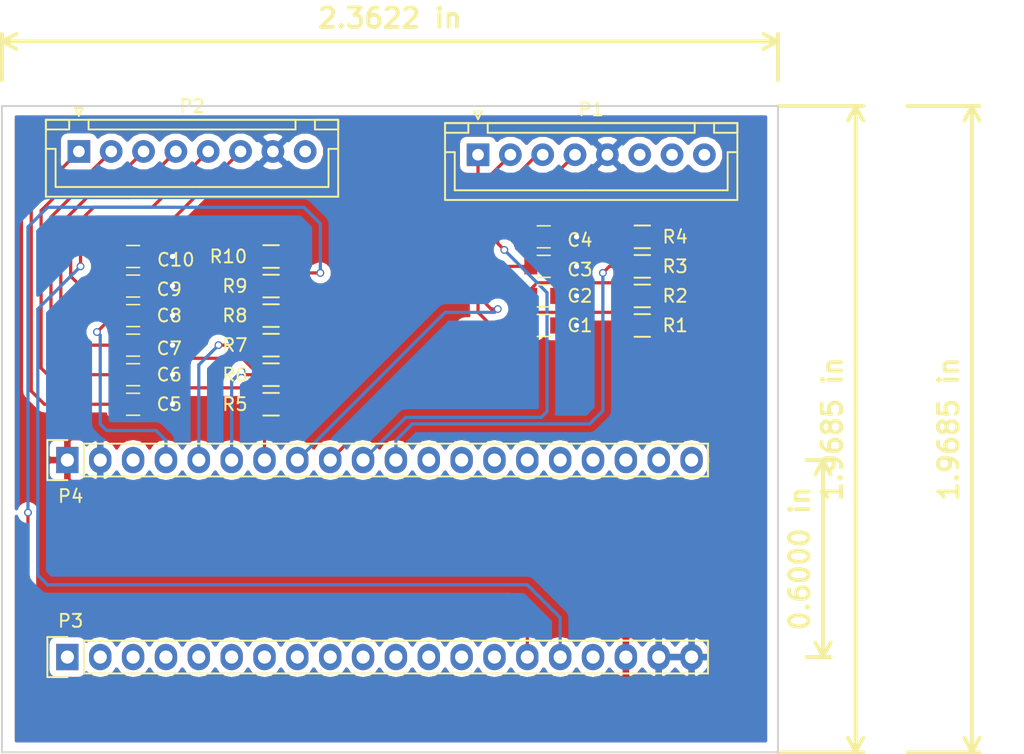
<source format=kicad_pcb>
(kicad_pcb (version 4) (host pcbnew 4.0.5-e0-6337~49~ubuntu16.04.1)

  (general
    (links 55)
    (no_connects 0)
    (area 93.924999 44.924999 154.075001 95.075001)
    (thickness 1.6)
    (drawings 9)
    (tracks 191)
    (zones 0)
    (modules 24)
    (nets 42)
  )

  (page A4)
  (layers
    (0 F.Cu signal)
    (31 B.Cu signal)
    (32 B.Adhes user)
    (33 F.Adhes user)
    (34 B.Paste user)
    (35 F.Paste user)
    (36 B.SilkS user)
    (37 F.SilkS user)
    (38 B.Mask user)
    (39 F.Mask user)
    (40 Dwgs.User user)
    (41 Cmts.User user)
    (42 Eco1.User user)
    (43 Eco2.User user)
    (44 Edge.Cuts user)
    (45 Margin user)
    (46 B.CrtYd user)
    (47 F.CrtYd user)
    (48 B.Fab user)
    (49 F.Fab user)
  )

  (setup
    (last_trace_width 0.25)
    (trace_clearance 0.2)
    (zone_clearance 0.508)
    (zone_45_only no)
    (trace_min 0.2)
    (segment_width 0.2)
    (edge_width 0.15)
    (via_size 0.6)
    (via_drill 0.4)
    (via_min_size 0.4)
    (via_min_drill 0.3)
    (uvia_size 0.3)
    (uvia_drill 0.1)
    (uvias_allowed no)
    (uvia_min_size 0.2)
    (uvia_min_drill 0.1)
    (pcb_text_width 0.3)
    (pcb_text_size 1.5 1.5)
    (mod_edge_width 0.15)
    (mod_text_size 1 1)
    (mod_text_width 0.15)
    (pad_size 1.524 1.524)
    (pad_drill 0.762)
    (pad_to_mask_clearance 0.2)
    (aux_axis_origin 0 0)
    (visible_elements FFFFFF7F)
    (pcbplotparams
      (layerselection 0x00030_80000001)
      (usegerberextensions false)
      (excludeedgelayer true)
      (linewidth 0.100000)
      (plotframeref false)
      (viasonmask false)
      (mode 1)
      (useauxorigin false)
      (hpglpennumber 1)
      (hpglpenspeed 20)
      (hpglpendiameter 15)
      (hpglpenoverlay 2)
      (psnegative false)
      (psa4output false)
      (plotreference true)
      (plotvalue true)
      (plotinvisibletext false)
      (padsonsilk false)
      (subtractmaskfromsilk false)
      (outputformat 1)
      (mirror false)
      (drillshape 1)
      (scaleselection 1)
      (outputdirectory ""))
  )

  (net 0 "")
  (net 1 /GROUND)
  (net 2 /JUP)
  (net 3 /JLEFT)
  (net 4 /JRIGHT)
  (net 5 /JSTART)
  (net 6 /JSELECT)
  (net 7 "Net-(P1-Pad6)")
  (net 8 "Net-(P1-Pad7)")
  (net 9 "Net-(P1-Pad8)")
  (net 10 "Net-(P2-Pad8)")
  (net 11 /VBAT)
  (net 12 /C13)
  (net 13 /C14)
  (net 14 /C15)
  (net 15 /A0)
  (net 16 /A1)
  (net 17 /A2)
  (net 18 /A3)
  (net 19 /A4)
  (net 20 /A5)
  (net 21 /A6)
  (net 22 /A7)
  (net 23 /B0)
  (net 24 /B1)
  (net 25 /RESET)
  (net 26 /3.3V)
  (net 27 /5V)
  (net 28 /A12)
  (net 29 /A11)
  (net 30 /A10)
  (net 31 /A9)
  (net 32 /A8)
  (net 33 /B15)
  (net 34 /B14)
  (net 35 /B13)
  (net 36 /B12)
  (net 37 /JDOWN)
  (net 38 /JBT0)
  (net 39 /JBT1)
  (net 40 /JBT2)
  (net 41 /JBT3)

  (net_class Default "This is the default net class."
    (clearance 0.2)
    (trace_width 0.25)
    (via_dia 0.6)
    (via_drill 0.4)
    (uvia_dia 0.3)
    (uvia_drill 0.1)
    (add_net /3.3V)
    (add_net /5V)
    (add_net /A0)
    (add_net /A1)
    (add_net /A10)
    (add_net /A11)
    (add_net /A12)
    (add_net /A2)
    (add_net /A3)
    (add_net /A4)
    (add_net /A5)
    (add_net /A6)
    (add_net /A7)
    (add_net /A8)
    (add_net /A9)
    (add_net /B0)
    (add_net /B1)
    (add_net /B12)
    (add_net /B13)
    (add_net /B14)
    (add_net /B15)
    (add_net /C13)
    (add_net /C14)
    (add_net /C15)
    (add_net /GROUND)
    (add_net /JBT0)
    (add_net /JBT1)
    (add_net /JBT2)
    (add_net /JBT3)
    (add_net /JDOWN)
    (add_net /JLEFT)
    (add_net /JRIGHT)
    (add_net /JSELECT)
    (add_net /JSTART)
    (add_net /JUP)
    (add_net /RESET)
    (add_net /VBAT)
    (add_net "Net-(P1-Pad6)")
    (add_net "Net-(P1-Pad7)")
    (add_net "Net-(P1-Pad8)")
    (add_net "Net-(P2-Pad8)")
  )

  (module Capacitors_SMD:C_0805 (layer F.Cu) (tedit 5889884C) (tstamp 58897C75)
    (at 135.89 61.976 180)
    (descr "Capacitor SMD 0805, reflow soldering, AVX (see smccp.pdf)")
    (tags "capacitor 0805")
    (path /5875D42E)
    (attr smd)
    (fp_text reference C1 (at -2.794 0 180) (layer F.SilkS)
      (effects (font (size 1 1) (thickness 0.15)))
    )
    (fp_text value 100nF (at -0.254 0 180) (layer F.Fab)
      (effects (font (size 1 1) (thickness 0.15)))
    )
    (fp_line (start -1 0.625) (end -1 -0.625) (layer F.Fab) (width 0.1))
    (fp_line (start 1 0.625) (end -1 0.625) (layer F.Fab) (width 0.1))
    (fp_line (start 1 -0.625) (end 1 0.625) (layer F.Fab) (width 0.1))
    (fp_line (start -1 -0.625) (end 1 -0.625) (layer F.Fab) (width 0.1))
    (fp_line (start -1.8 -1) (end 1.8 -1) (layer F.CrtYd) (width 0.05))
    (fp_line (start -1.8 1) (end 1.8 1) (layer F.CrtYd) (width 0.05))
    (fp_line (start -1.8 -1) (end -1.8 1) (layer F.CrtYd) (width 0.05))
    (fp_line (start 1.8 -1) (end 1.8 1) (layer F.CrtYd) (width 0.05))
    (fp_line (start 0.5 -0.85) (end -0.5 -0.85) (layer F.SilkS) (width 0.12))
    (fp_line (start -0.5 0.85) (end 0.5 0.85) (layer F.SilkS) (width 0.12))
    (pad 1 smd rect (at -1 0 180) (size 1 1.25) (layers F.Cu F.Paste F.Mask)
      (net 1 /GROUND))
    (pad 2 smd rect (at 1 0 180) (size 1 1.25) (layers F.Cu F.Paste F.Mask)
      (net 2 /JUP))
    (model Capacitors_SMD.3dshapes/C_0805.wrl
      (at (xyz 0 0 0))
      (scale (xyz 1 1 1))
      (rotate (xyz 0 0 0))
    )
  )

  (module Capacitors_SMD:C_0805 (layer F.Cu) (tedit 58898867) (tstamp 58897C85)
    (at 135.89 59.69 180)
    (descr "Capacitor SMD 0805, reflow soldering, AVX (see smccp.pdf)")
    (tags "capacitor 0805")
    (path /5875D69C)
    (attr smd)
    (fp_text reference C2 (at -2.794 0 180) (layer F.SilkS)
      (effects (font (size 1 1) (thickness 0.15)))
    )
    (fp_text value 100nF (at -0.254 0 180) (layer F.Fab)
      (effects (font (size 1 1) (thickness 0.15)))
    )
    (fp_line (start -1 0.625) (end -1 -0.625) (layer F.Fab) (width 0.1))
    (fp_line (start 1 0.625) (end -1 0.625) (layer F.Fab) (width 0.1))
    (fp_line (start 1 -0.625) (end 1 0.625) (layer F.Fab) (width 0.1))
    (fp_line (start -1 -0.625) (end 1 -0.625) (layer F.Fab) (width 0.1))
    (fp_line (start -1.8 -1) (end 1.8 -1) (layer F.CrtYd) (width 0.05))
    (fp_line (start -1.8 1) (end 1.8 1) (layer F.CrtYd) (width 0.05))
    (fp_line (start -1.8 -1) (end -1.8 1) (layer F.CrtYd) (width 0.05))
    (fp_line (start 1.8 -1) (end 1.8 1) (layer F.CrtYd) (width 0.05))
    (fp_line (start 0.5 -0.85) (end -0.5 -0.85) (layer F.SilkS) (width 0.12))
    (fp_line (start -0.5 0.85) (end 0.5 0.85) (layer F.SilkS) (width 0.12))
    (pad 1 smd rect (at -1 0 180) (size 1 1.25) (layers F.Cu F.Paste F.Mask)
      (net 1 /GROUND))
    (pad 2 smd rect (at 1 0 180) (size 1 1.25) (layers F.Cu F.Paste F.Mask)
      (net 37 /JDOWN))
    (model Capacitors_SMD.3dshapes/C_0805.wrl
      (at (xyz 0 0 0))
      (scale (xyz 1 1 1))
      (rotate (xyz 0 0 0))
    )
  )

  (module Capacitors_SMD:C_0805 (layer F.Cu) (tedit 58898870) (tstamp 58897C95)
    (at 135.89 57.404 180)
    (descr "Capacitor SMD 0805, reflow soldering, AVX (see smccp.pdf)")
    (tags "capacitor 0805")
    (path /5875DC1C)
    (attr smd)
    (fp_text reference C3 (at -2.794 -0.254 180) (layer F.SilkS)
      (effects (font (size 1 1) (thickness 0.15)))
    )
    (fp_text value 100nF (at 0 0 180) (layer F.Fab)
      (effects (font (size 1 1) (thickness 0.15)))
    )
    (fp_line (start -1 0.625) (end -1 -0.625) (layer F.Fab) (width 0.1))
    (fp_line (start 1 0.625) (end -1 0.625) (layer F.Fab) (width 0.1))
    (fp_line (start 1 -0.625) (end 1 0.625) (layer F.Fab) (width 0.1))
    (fp_line (start -1 -0.625) (end 1 -0.625) (layer F.Fab) (width 0.1))
    (fp_line (start -1.8 -1) (end 1.8 -1) (layer F.CrtYd) (width 0.05))
    (fp_line (start -1.8 1) (end 1.8 1) (layer F.CrtYd) (width 0.05))
    (fp_line (start -1.8 -1) (end -1.8 1) (layer F.CrtYd) (width 0.05))
    (fp_line (start 1.8 -1) (end 1.8 1) (layer F.CrtYd) (width 0.05))
    (fp_line (start 0.5 -0.85) (end -0.5 -0.85) (layer F.SilkS) (width 0.12))
    (fp_line (start -0.5 0.85) (end 0.5 0.85) (layer F.SilkS) (width 0.12))
    (pad 1 smd rect (at -1 0 180) (size 1 1.25) (layers F.Cu F.Paste F.Mask)
      (net 1 /GROUND))
    (pad 2 smd rect (at 1 0 180) (size 1 1.25) (layers F.Cu F.Paste F.Mask)
      (net 3 /JLEFT))
    (model Capacitors_SMD.3dshapes/C_0805.wrl
      (at (xyz 0 0 0))
      (scale (xyz 1 1 1))
      (rotate (xyz 0 0 0))
    )
  )

  (module Capacitors_SMD:C_0805 (layer F.Cu) (tedit 5889887C) (tstamp 58897CA5)
    (at 135.89 55.118 180)
    (descr "Capacitor SMD 0805, reflow soldering, AVX (see smccp.pdf)")
    (tags "capacitor 0805")
    (path /5875DCB9)
    (attr smd)
    (fp_text reference C4 (at -2.794 -0.254 180) (layer F.SilkS)
      (effects (font (size 1 1) (thickness 0.15)))
    )
    (fp_text value 100nF (at 0 0 180) (layer F.Fab)
      (effects (font (size 1 1) (thickness 0.15)))
    )
    (fp_line (start -1 0.625) (end -1 -0.625) (layer F.Fab) (width 0.1))
    (fp_line (start 1 0.625) (end -1 0.625) (layer F.Fab) (width 0.1))
    (fp_line (start 1 -0.625) (end 1 0.625) (layer F.Fab) (width 0.1))
    (fp_line (start -1 -0.625) (end 1 -0.625) (layer F.Fab) (width 0.1))
    (fp_line (start -1.8 -1) (end 1.8 -1) (layer F.CrtYd) (width 0.05))
    (fp_line (start -1.8 1) (end 1.8 1) (layer F.CrtYd) (width 0.05))
    (fp_line (start -1.8 -1) (end -1.8 1) (layer F.CrtYd) (width 0.05))
    (fp_line (start 1.8 -1) (end 1.8 1) (layer F.CrtYd) (width 0.05))
    (fp_line (start 0.5 -0.85) (end -0.5 -0.85) (layer F.SilkS) (width 0.12))
    (fp_line (start -0.5 0.85) (end 0.5 0.85) (layer F.SilkS) (width 0.12))
    (pad 1 smd rect (at -1 0 180) (size 1 1.25) (layers F.Cu F.Paste F.Mask)
      (net 1 /GROUND))
    (pad 2 smd rect (at 1 0 180) (size 1 1.25) (layers F.Cu F.Paste F.Mask)
      (net 4 /JRIGHT))
    (model Capacitors_SMD.3dshapes/C_0805.wrl
      (at (xyz 0 0 0))
      (scale (xyz 1 1 1))
      (rotate (xyz 0 0 0))
    )
  )

  (module Capacitors_SMD:C_0805 (layer F.Cu) (tedit 58898739) (tstamp 58897CB5)
    (at 104.14 68.072 180)
    (descr "Capacitor SMD 0805, reflow soldering, AVX (see smccp.pdf)")
    (tags "capacitor 0805")
    (path /5875DFB1)
    (attr smd)
    (fp_text reference C5 (at -2.794 0 180) (layer F.SilkS)
      (effects (font (size 1 1) (thickness 0.15)))
    )
    (fp_text value 100nF (at 0 0 180) (layer F.Fab)
      (effects (font (size 1 1) (thickness 0.15)))
    )
    (fp_line (start -1 0.625) (end -1 -0.625) (layer F.Fab) (width 0.1))
    (fp_line (start 1 0.625) (end -1 0.625) (layer F.Fab) (width 0.1))
    (fp_line (start 1 -0.625) (end 1 0.625) (layer F.Fab) (width 0.1))
    (fp_line (start -1 -0.625) (end 1 -0.625) (layer F.Fab) (width 0.1))
    (fp_line (start -1.8 -1) (end 1.8 -1) (layer F.CrtYd) (width 0.05))
    (fp_line (start -1.8 1) (end 1.8 1) (layer F.CrtYd) (width 0.05))
    (fp_line (start -1.8 -1) (end -1.8 1) (layer F.CrtYd) (width 0.05))
    (fp_line (start 1.8 -1) (end 1.8 1) (layer F.CrtYd) (width 0.05))
    (fp_line (start 0.5 -0.85) (end -0.5 -0.85) (layer F.SilkS) (width 0.12))
    (fp_line (start -0.5 0.85) (end 0.5 0.85) (layer F.SilkS) (width 0.12))
    (pad 1 smd rect (at -1 0 180) (size 1 1.25) (layers F.Cu F.Paste F.Mask)
      (net 1 /GROUND))
    (pad 2 smd rect (at 1 0 180) (size 1 1.25) (layers F.Cu F.Paste F.Mask)
      (net 38 /JBT0))
    (model Capacitors_SMD.3dshapes/C_0805.wrl
      (at (xyz 0 0 0))
      (scale (xyz 1 1 1))
      (rotate (xyz 0 0 0))
    )
  )

  (module Capacitors_SMD:C_0805 (layer F.Cu) (tedit 58898747) (tstamp 58897CC5)
    (at 104.14 65.786 180)
    (descr "Capacitor SMD 0805, reflow soldering, AVX (see smccp.pdf)")
    (tags "capacitor 0805")
    (path /5875E308)
    (attr smd)
    (fp_text reference C6 (at -2.794 0 180) (layer F.SilkS)
      (effects (font (size 1 1) (thickness 0.15)))
    )
    (fp_text value 100nF (at 0 0 180) (layer F.Fab)
      (effects (font (size 1 1) (thickness 0.15)))
    )
    (fp_line (start -1 0.625) (end -1 -0.625) (layer F.Fab) (width 0.1))
    (fp_line (start 1 0.625) (end -1 0.625) (layer F.Fab) (width 0.1))
    (fp_line (start 1 -0.625) (end 1 0.625) (layer F.Fab) (width 0.1))
    (fp_line (start -1 -0.625) (end 1 -0.625) (layer F.Fab) (width 0.1))
    (fp_line (start -1.8 -1) (end 1.8 -1) (layer F.CrtYd) (width 0.05))
    (fp_line (start -1.8 1) (end 1.8 1) (layer F.CrtYd) (width 0.05))
    (fp_line (start -1.8 -1) (end -1.8 1) (layer F.CrtYd) (width 0.05))
    (fp_line (start 1.8 -1) (end 1.8 1) (layer F.CrtYd) (width 0.05))
    (fp_line (start 0.5 -0.85) (end -0.5 -0.85) (layer F.SilkS) (width 0.12))
    (fp_line (start -0.5 0.85) (end 0.5 0.85) (layer F.SilkS) (width 0.12))
    (pad 1 smd rect (at -1 0 180) (size 1 1.25) (layers F.Cu F.Paste F.Mask)
      (net 1 /GROUND))
    (pad 2 smd rect (at 1 0 180) (size 1 1.25) (layers F.Cu F.Paste F.Mask)
      (net 39 /JBT1))
    (model Capacitors_SMD.3dshapes/C_0805.wrl
      (at (xyz 0 0 0))
      (scale (xyz 1 1 1))
      (rotate (xyz 0 0 0))
    )
  )

  (module Capacitors_SMD:C_0805 (layer F.Cu) (tedit 58898751) (tstamp 58897CD5)
    (at 104.14 63.5 180)
    (descr "Capacitor SMD 0805, reflow soldering, AVX (see smccp.pdf)")
    (tags "capacitor 0805")
    (path /5875EA19)
    (attr smd)
    (fp_text reference C7 (at -2.794 -0.254 180) (layer F.SilkS)
      (effects (font (size 1 1) (thickness 0.15)))
    )
    (fp_text value 100nF (at 0 0 180) (layer F.Fab)
      (effects (font (size 1 1) (thickness 0.15)))
    )
    (fp_line (start -1 0.625) (end -1 -0.625) (layer F.Fab) (width 0.1))
    (fp_line (start 1 0.625) (end -1 0.625) (layer F.Fab) (width 0.1))
    (fp_line (start 1 -0.625) (end 1 0.625) (layer F.Fab) (width 0.1))
    (fp_line (start -1 -0.625) (end 1 -0.625) (layer F.Fab) (width 0.1))
    (fp_line (start -1.8 -1) (end 1.8 -1) (layer F.CrtYd) (width 0.05))
    (fp_line (start -1.8 1) (end 1.8 1) (layer F.CrtYd) (width 0.05))
    (fp_line (start -1.8 -1) (end -1.8 1) (layer F.CrtYd) (width 0.05))
    (fp_line (start 1.8 -1) (end 1.8 1) (layer F.CrtYd) (width 0.05))
    (fp_line (start 0.5 -0.85) (end -0.5 -0.85) (layer F.SilkS) (width 0.12))
    (fp_line (start -0.5 0.85) (end 0.5 0.85) (layer F.SilkS) (width 0.12))
    (pad 1 smd rect (at -1 0 180) (size 1 1.25) (layers F.Cu F.Paste F.Mask)
      (net 1 /GROUND))
    (pad 2 smd rect (at 1 0 180) (size 1 1.25) (layers F.Cu F.Paste F.Mask)
      (net 40 /JBT2))
    (model Capacitors_SMD.3dshapes/C_0805.wrl
      (at (xyz 0 0 0))
      (scale (xyz 1 1 1))
      (rotate (xyz 0 0 0))
    )
  )

  (module Capacitors_SMD:C_0805 (layer F.Cu) (tedit 5889875A) (tstamp 58897CE5)
    (at 104.14 61.214 180)
    (descr "Capacitor SMD 0805, reflow soldering, AVX (see smccp.pdf)")
    (tags "capacitor 0805")
    (path /5875F0E5)
    (attr smd)
    (fp_text reference C8 (at -2.794 0 180) (layer F.SilkS)
      (effects (font (size 1 1) (thickness 0.15)))
    )
    (fp_text value 100nF (at 0 0 180) (layer F.Fab)
      (effects (font (size 1 1) (thickness 0.15)))
    )
    (fp_line (start -1 0.625) (end -1 -0.625) (layer F.Fab) (width 0.1))
    (fp_line (start 1 0.625) (end -1 0.625) (layer F.Fab) (width 0.1))
    (fp_line (start 1 -0.625) (end 1 0.625) (layer F.Fab) (width 0.1))
    (fp_line (start -1 -0.625) (end 1 -0.625) (layer F.Fab) (width 0.1))
    (fp_line (start -1.8 -1) (end 1.8 -1) (layer F.CrtYd) (width 0.05))
    (fp_line (start -1.8 1) (end 1.8 1) (layer F.CrtYd) (width 0.05))
    (fp_line (start -1.8 -1) (end -1.8 1) (layer F.CrtYd) (width 0.05))
    (fp_line (start 1.8 -1) (end 1.8 1) (layer F.CrtYd) (width 0.05))
    (fp_line (start 0.5 -0.85) (end -0.5 -0.85) (layer F.SilkS) (width 0.12))
    (fp_line (start -0.5 0.85) (end 0.5 0.85) (layer F.SilkS) (width 0.12))
    (pad 1 smd rect (at -1 0 180) (size 1 1.25) (layers F.Cu F.Paste F.Mask)
      (net 1 /GROUND))
    (pad 2 smd rect (at 1 0 180) (size 1 1.25) (layers F.Cu F.Paste F.Mask)
      (net 41 /JBT3))
    (model Capacitors_SMD.3dshapes/C_0805.wrl
      (at (xyz 0 0 0))
      (scale (xyz 1 1 1))
      (rotate (xyz 0 0 0))
    )
  )

  (module Capacitors_SMD:C_0805 (layer F.Cu) (tedit 58898763) (tstamp 58897CF5)
    (at 104.14 58.928 180)
    (descr "Capacitor SMD 0805, reflow soldering, AVX (see smccp.pdf)")
    (tags "capacitor 0805")
    (path /58844728)
    (attr smd)
    (fp_text reference C9 (at -2.794 -0.254 180) (layer F.SilkS)
      (effects (font (size 1 1) (thickness 0.15)))
    )
    (fp_text value 100nF (at 0 0 180) (layer F.Fab)
      (effects (font (size 1 1) (thickness 0.15)))
    )
    (fp_line (start -1 0.625) (end -1 -0.625) (layer F.Fab) (width 0.1))
    (fp_line (start 1 0.625) (end -1 0.625) (layer F.Fab) (width 0.1))
    (fp_line (start 1 -0.625) (end 1 0.625) (layer F.Fab) (width 0.1))
    (fp_line (start -1 -0.625) (end 1 -0.625) (layer F.Fab) (width 0.1))
    (fp_line (start -1.8 -1) (end 1.8 -1) (layer F.CrtYd) (width 0.05))
    (fp_line (start -1.8 1) (end 1.8 1) (layer F.CrtYd) (width 0.05))
    (fp_line (start -1.8 -1) (end -1.8 1) (layer F.CrtYd) (width 0.05))
    (fp_line (start 1.8 -1) (end 1.8 1) (layer F.CrtYd) (width 0.05))
    (fp_line (start 0.5 -0.85) (end -0.5 -0.85) (layer F.SilkS) (width 0.12))
    (fp_line (start -0.5 0.85) (end 0.5 0.85) (layer F.SilkS) (width 0.12))
    (pad 1 smd rect (at -1 0 180) (size 1 1.25) (layers F.Cu F.Paste F.Mask)
      (net 1 /GROUND))
    (pad 2 smd rect (at 1 0 180) (size 1 1.25) (layers F.Cu F.Paste F.Mask)
      (net 5 /JSTART))
    (model Capacitors_SMD.3dshapes/C_0805.wrl
      (at (xyz 0 0 0))
      (scale (xyz 1 1 1))
      (rotate (xyz 0 0 0))
    )
  )

  (module Capacitors_SMD:C_0805 (layer F.Cu) (tedit 5889876C) (tstamp 58897D05)
    (at 104.14 56.642 180)
    (descr "Capacitor SMD 0805, reflow soldering, AVX (see smccp.pdf)")
    (tags "capacitor 0805")
    (path /5884505C)
    (attr smd)
    (fp_text reference C10 (at -3.302 -0.254 180) (layer F.SilkS)
      (effects (font (size 1 1) (thickness 0.15)))
    )
    (fp_text value 100nF (at 0 0 180) (layer F.Fab)
      (effects (font (size 1 1) (thickness 0.15)))
    )
    (fp_line (start -1 0.625) (end -1 -0.625) (layer F.Fab) (width 0.1))
    (fp_line (start 1 0.625) (end -1 0.625) (layer F.Fab) (width 0.1))
    (fp_line (start 1 -0.625) (end 1 0.625) (layer F.Fab) (width 0.1))
    (fp_line (start -1 -0.625) (end 1 -0.625) (layer F.Fab) (width 0.1))
    (fp_line (start -1.8 -1) (end 1.8 -1) (layer F.CrtYd) (width 0.05))
    (fp_line (start -1.8 1) (end 1.8 1) (layer F.CrtYd) (width 0.05))
    (fp_line (start -1.8 -1) (end -1.8 1) (layer F.CrtYd) (width 0.05))
    (fp_line (start 1.8 -1) (end 1.8 1) (layer F.CrtYd) (width 0.05))
    (fp_line (start 0.5 -0.85) (end -0.5 -0.85) (layer F.SilkS) (width 0.12))
    (fp_line (start -0.5 0.85) (end 0.5 0.85) (layer F.SilkS) (width 0.12))
    (pad 1 smd rect (at -1 0 180) (size 1 1.25) (layers F.Cu F.Paste F.Mask)
      (net 1 /GROUND))
    (pad 2 smd rect (at 1 0 180) (size 1 1.25) (layers F.Cu F.Paste F.Mask)
      (net 6 /JSELECT))
    (model Capacitors_SMD.3dshapes/C_0805.wrl
      (at (xyz 0 0 0))
      (scale (xyz 1 1 1))
      (rotate (xyz 0 0 0))
    )
  )

  (module Connectors_JST:JST_XH_B08B-XH-A_08x2.50mm_Straight (layer F.Cu) (tedit 5889872E) (tstamp 58897D2E)
    (at 130.81 48.768)
    (descr "JST XH series connector, B08B-XH-A, top entry type, through hole")
    (tags "connector jst xh tht top vertical 2.50mm")
    (path /58862B2A)
    (fp_text reference P1 (at 8.75 -3.5) (layer F.SilkS)
      (effects (font (size 1 1) (thickness 0.15)))
    )
    (fp_text value CONN_01X08 (at 8.636 2.032) (layer F.Fab)
      (effects (font (size 1 1) (thickness 0.15)))
    )
    (fp_line (start -2.95 -2.85) (end -2.95 3.9) (layer F.CrtYd) (width 0.05))
    (fp_line (start -2.95 3.9) (end 20.4 3.9) (layer F.CrtYd) (width 0.05))
    (fp_line (start 20.4 3.9) (end 20.4 -2.85) (layer F.CrtYd) (width 0.05))
    (fp_line (start 20.4 -2.85) (end -2.95 -2.85) (layer F.CrtYd) (width 0.05))
    (fp_line (start -2.55 -2.45) (end -2.55 3.5) (layer F.SilkS) (width 0.15))
    (fp_line (start -2.55 3.5) (end 20.05 3.5) (layer F.SilkS) (width 0.15))
    (fp_line (start 20.05 3.5) (end 20.05 -2.45) (layer F.SilkS) (width 0.15))
    (fp_line (start 20.05 -2.45) (end -2.55 -2.45) (layer F.SilkS) (width 0.15))
    (fp_line (start 0.75 -2.45) (end 0.75 -1.7) (layer F.SilkS) (width 0.15))
    (fp_line (start 0.75 -1.7) (end 16.75 -1.7) (layer F.SilkS) (width 0.15))
    (fp_line (start 16.75 -1.7) (end 16.75 -2.45) (layer F.SilkS) (width 0.15))
    (fp_line (start 16.75 -2.45) (end 0.75 -2.45) (layer F.SilkS) (width 0.15))
    (fp_line (start -2.55 -2.45) (end -2.55 -1.7) (layer F.SilkS) (width 0.15))
    (fp_line (start -2.55 -1.7) (end -0.75 -1.7) (layer F.SilkS) (width 0.15))
    (fp_line (start -0.75 -1.7) (end -0.75 -2.45) (layer F.SilkS) (width 0.15))
    (fp_line (start -0.75 -2.45) (end -2.55 -2.45) (layer F.SilkS) (width 0.15))
    (fp_line (start 18.25 -2.45) (end 18.25 -1.7) (layer F.SilkS) (width 0.15))
    (fp_line (start 18.25 -1.7) (end 20.05 -1.7) (layer F.SilkS) (width 0.15))
    (fp_line (start 20.05 -1.7) (end 20.05 -2.45) (layer F.SilkS) (width 0.15))
    (fp_line (start 20.05 -2.45) (end 18.25 -2.45) (layer F.SilkS) (width 0.15))
    (fp_line (start -2.55 -0.2) (end -1.8 -0.2) (layer F.SilkS) (width 0.15))
    (fp_line (start -1.8 -0.2) (end -1.8 2.75) (layer F.SilkS) (width 0.15))
    (fp_line (start -1.8 2.75) (end 8.75 2.75) (layer F.SilkS) (width 0.15))
    (fp_line (start 20.05 -0.2) (end 19.3 -0.2) (layer F.SilkS) (width 0.15))
    (fp_line (start 19.3 -0.2) (end 19.3 2.75) (layer F.SilkS) (width 0.15))
    (fp_line (start 19.3 2.75) (end 8.75 2.75) (layer F.SilkS) (width 0.15))
    (fp_line (start 0 -2.75) (end -0.3 -3.35) (layer F.SilkS) (width 0.15))
    (fp_line (start -0.3 -3.35) (end 0.3 -3.35) (layer F.SilkS) (width 0.15))
    (fp_line (start 0.3 -3.35) (end 0 -2.75) (layer F.SilkS) (width 0.15))
    (pad 1 thru_hole rect (at 0 0) (size 1.75 1.75) (drill 0.9) (layers *.Cu *.Mask)
      (net 2 /JUP))
    (pad 2 thru_hole circle (at 2.5 0) (size 1.75 1.75) (drill 0.9) (layers *.Cu *.Mask)
      (net 37 /JDOWN))
    (pad 3 thru_hole circle (at 5 0) (size 1.75 1.75) (drill 0.9) (layers *.Cu *.Mask)
      (net 3 /JLEFT))
    (pad 4 thru_hole circle (at 7.5 0) (size 1.75 1.75) (drill 0.9) (layers *.Cu *.Mask)
      (net 4 /JRIGHT))
    (pad 5 thru_hole circle (at 10 0) (size 1.75 1.75) (drill 0.9) (layers *.Cu *.Mask)
      (net 1 /GROUND))
    (pad 6 thru_hole circle (at 12.5 0) (size 1.75 1.75) (drill 0.9) (layers *.Cu *.Mask)
      (net 7 "Net-(P1-Pad6)"))
    (pad 7 thru_hole circle (at 15 0) (size 1.75 1.75) (drill 0.9) (layers *.Cu *.Mask)
      (net 8 "Net-(P1-Pad7)"))
    (pad 8 thru_hole circle (at 17.5 0) (size 1.75 1.75) (drill 0.9) (layers *.Cu *.Mask)
      (net 9 "Net-(P1-Pad8)"))
    (model Connectors_JST.3dshapes/JST_XH_B08B-XH-A_08x2.50mm_Straight.wrl
      (at (xyz 0 0 0))
      (scale (xyz 1 1 1))
      (rotate (xyz 0 0 0))
    )
  )

  (module Connectors_JST:JST_XH_B08B-XH-A_08x2.50mm_Straight (layer F.Cu) (tedit 58898728) (tstamp 58897D57)
    (at 99.949 48.514)
    (descr "JST XH series connector, B08B-XH-A, top entry type, through hole")
    (tags "connector jst xh tht top vertical 2.50mm")
    (path /58861B98)
    (fp_text reference P2 (at 8.75 -3.5) (layer F.SilkS)
      (effects (font (size 1 1) (thickness 0.15)))
    )
    (fp_text value CONN_01X08 (at 8.763 2.032) (layer F.Fab)
      (effects (font (size 1 1) (thickness 0.15)))
    )
    (fp_line (start -2.95 -2.85) (end -2.95 3.9) (layer F.CrtYd) (width 0.05))
    (fp_line (start -2.95 3.9) (end 20.4 3.9) (layer F.CrtYd) (width 0.05))
    (fp_line (start 20.4 3.9) (end 20.4 -2.85) (layer F.CrtYd) (width 0.05))
    (fp_line (start 20.4 -2.85) (end -2.95 -2.85) (layer F.CrtYd) (width 0.05))
    (fp_line (start -2.55 -2.45) (end -2.55 3.5) (layer F.SilkS) (width 0.15))
    (fp_line (start -2.55 3.5) (end 20.05 3.5) (layer F.SilkS) (width 0.15))
    (fp_line (start 20.05 3.5) (end 20.05 -2.45) (layer F.SilkS) (width 0.15))
    (fp_line (start 20.05 -2.45) (end -2.55 -2.45) (layer F.SilkS) (width 0.15))
    (fp_line (start 0.75 -2.45) (end 0.75 -1.7) (layer F.SilkS) (width 0.15))
    (fp_line (start 0.75 -1.7) (end 16.75 -1.7) (layer F.SilkS) (width 0.15))
    (fp_line (start 16.75 -1.7) (end 16.75 -2.45) (layer F.SilkS) (width 0.15))
    (fp_line (start 16.75 -2.45) (end 0.75 -2.45) (layer F.SilkS) (width 0.15))
    (fp_line (start -2.55 -2.45) (end -2.55 -1.7) (layer F.SilkS) (width 0.15))
    (fp_line (start -2.55 -1.7) (end -0.75 -1.7) (layer F.SilkS) (width 0.15))
    (fp_line (start -0.75 -1.7) (end -0.75 -2.45) (layer F.SilkS) (width 0.15))
    (fp_line (start -0.75 -2.45) (end -2.55 -2.45) (layer F.SilkS) (width 0.15))
    (fp_line (start 18.25 -2.45) (end 18.25 -1.7) (layer F.SilkS) (width 0.15))
    (fp_line (start 18.25 -1.7) (end 20.05 -1.7) (layer F.SilkS) (width 0.15))
    (fp_line (start 20.05 -1.7) (end 20.05 -2.45) (layer F.SilkS) (width 0.15))
    (fp_line (start 20.05 -2.45) (end 18.25 -2.45) (layer F.SilkS) (width 0.15))
    (fp_line (start -2.55 -0.2) (end -1.8 -0.2) (layer F.SilkS) (width 0.15))
    (fp_line (start -1.8 -0.2) (end -1.8 2.75) (layer F.SilkS) (width 0.15))
    (fp_line (start -1.8 2.75) (end 8.75 2.75) (layer F.SilkS) (width 0.15))
    (fp_line (start 20.05 -0.2) (end 19.3 -0.2) (layer F.SilkS) (width 0.15))
    (fp_line (start 19.3 -0.2) (end 19.3 2.75) (layer F.SilkS) (width 0.15))
    (fp_line (start 19.3 2.75) (end 8.75 2.75) (layer F.SilkS) (width 0.15))
    (fp_line (start 0 -2.75) (end -0.3 -3.35) (layer F.SilkS) (width 0.15))
    (fp_line (start -0.3 -3.35) (end 0.3 -3.35) (layer F.SilkS) (width 0.15))
    (fp_line (start 0.3 -3.35) (end 0 -2.75) (layer F.SilkS) (width 0.15))
    (pad 1 thru_hole rect (at 0 0) (size 1.75 1.75) (drill 0.9) (layers *.Cu *.Mask)
      (net 38 /JBT0))
    (pad 2 thru_hole circle (at 2.5 0) (size 1.75 1.75) (drill 0.9) (layers *.Cu *.Mask)
      (net 39 /JBT1))
    (pad 3 thru_hole circle (at 5 0) (size 1.75 1.75) (drill 0.9) (layers *.Cu *.Mask)
      (net 40 /JBT2))
    (pad 4 thru_hole circle (at 7.5 0) (size 1.75 1.75) (drill 0.9) (layers *.Cu *.Mask)
      (net 41 /JBT3))
    (pad 5 thru_hole circle (at 10 0) (size 1.75 1.75) (drill 0.9) (layers *.Cu *.Mask)
      (net 5 /JSTART))
    (pad 6 thru_hole circle (at 12.5 0) (size 1.75 1.75) (drill 0.9) (layers *.Cu *.Mask)
      (net 6 /JSELECT))
    (pad 7 thru_hole circle (at 15 0) (size 1.75 1.75) (drill 0.9) (layers *.Cu *.Mask)
      (net 1 /GROUND))
    (pad 8 thru_hole circle (at 17.5 0) (size 1.75 1.75) (drill 0.9) (layers *.Cu *.Mask)
      (net 10 "Net-(P2-Pad8)"))
    (model Connectors_JST.3dshapes/JST_XH_B08B-XH-A_08x2.50mm_Straight.wrl
      (at (xyz 0 0 0))
      (scale (xyz 1 1 1))
      (rotate (xyz 0 0 0))
    )
  )

  (module Socket_Strips:Socket_Strip_Straight_1x20 (layer F.Cu) (tedit 58898D51) (tstamp 58897D7A)
    (at 99.06 87.63)
    (descr "Through hole socket strip")
    (tags "socket strip")
    (path /58844A3F)
    (fp_text reference P3 (at 0.254 -2.794) (layer F.SilkS)
      (effects (font (size 1 1) (thickness 0.15)))
    )
    (fp_text value CONN_01X20 (at 6.604 -2.794) (layer F.Fab)
      (effects (font (size 1 1) (thickness 0.15)))
    )
    (fp_line (start -1.75 -1.75) (end -1.75 1.75) (layer F.CrtYd) (width 0.05))
    (fp_line (start 50.05 -1.75) (end 50.05 1.75) (layer F.CrtYd) (width 0.05))
    (fp_line (start -1.75 -1.75) (end 50.05 -1.75) (layer F.CrtYd) (width 0.05))
    (fp_line (start -1.75 1.75) (end 50.05 1.75) (layer F.CrtYd) (width 0.05))
    (fp_line (start 1.27 1.27) (end 49.53 1.27) (layer F.SilkS) (width 0.15))
    (fp_line (start 49.53 1.27) (end 49.53 -1.27) (layer F.SilkS) (width 0.15))
    (fp_line (start 49.53 -1.27) (end 1.27 -1.27) (layer F.SilkS) (width 0.15))
    (fp_line (start -1.55 1.55) (end 0 1.55) (layer F.SilkS) (width 0.15))
    (fp_line (start 1.27 1.27) (end 1.27 -1.27) (layer F.SilkS) (width 0.15))
    (fp_line (start 0 -1.55) (end -1.55 -1.55) (layer F.SilkS) (width 0.15))
    (fp_line (start -1.55 -1.55) (end -1.55 1.55) (layer F.SilkS) (width 0.15))
    (pad 1 thru_hole rect (at 0 0) (size 1.7272 2.032) (drill 1.016) (layers *.Cu *.Mask)
      (net 11 /VBAT))
    (pad 2 thru_hole oval (at 2.54 0) (size 1.7272 2.032) (drill 1.016) (layers *.Cu *.Mask)
      (net 12 /C13))
    (pad 3 thru_hole oval (at 5.08 0) (size 1.7272 2.032) (drill 1.016) (layers *.Cu *.Mask)
      (net 13 /C14))
    (pad 4 thru_hole oval (at 7.62 0) (size 1.7272 2.032) (drill 1.016) (layers *.Cu *.Mask)
      (net 14 /C15))
    (pad 5 thru_hole oval (at 10.16 0) (size 1.7272 2.032) (drill 1.016) (layers *.Cu *.Mask)
      (net 15 /A0))
    (pad 6 thru_hole oval (at 12.7 0) (size 1.7272 2.032) (drill 1.016) (layers *.Cu *.Mask)
      (net 16 /A1))
    (pad 7 thru_hole oval (at 15.24 0) (size 1.7272 2.032) (drill 1.016) (layers *.Cu *.Mask)
      (net 17 /A2))
    (pad 8 thru_hole oval (at 17.78 0) (size 1.7272 2.032) (drill 1.016) (layers *.Cu *.Mask)
      (net 18 /A3))
    (pad 9 thru_hole oval (at 20.32 0) (size 1.7272 2.032) (drill 1.016) (layers *.Cu *.Mask)
      (net 19 /A4))
    (pad 10 thru_hole oval (at 22.86 0) (size 1.7272 2.032) (drill 1.016) (layers *.Cu *.Mask)
      (net 20 /A5))
    (pad 11 thru_hole oval (at 25.4 0) (size 1.7272 2.032) (drill 1.016) (layers *.Cu *.Mask)
      (net 21 /A6))
    (pad 12 thru_hole oval (at 27.94 0) (size 1.7272 2.032) (drill 1.016) (layers *.Cu *.Mask)
      (net 22 /A7))
    (pad 13 thru_hole oval (at 30.48 0) (size 1.7272 2.032) (drill 1.016) (layers *.Cu *.Mask)
      (net 23 /B0))
    (pad 14 thru_hole oval (at 33.02 0) (size 1.7272 2.032) (drill 1.016) (layers *.Cu *.Mask)
      (net 24 /B1))
    (pad 15 thru_hole oval (at 35.56 0) (size 1.7272 2.032) (drill 1.016) (layers *.Cu *.Mask)
      (net 5 /JSTART))
    (pad 16 thru_hole oval (at 38.1 0) (size 1.7272 2.032) (drill 1.016) (layers *.Cu *.Mask)
      (net 6 /JSELECT))
    (pad 17 thru_hole oval (at 40.64 0) (size 1.7272 2.032) (drill 1.016) (layers *.Cu *.Mask)
      (net 25 /RESET))
    (pad 18 thru_hole oval (at 43.18 0) (size 1.7272 2.032) (drill 1.016) (layers *.Cu *.Mask)
      (net 26 /3.3V))
    (pad 19 thru_hole oval (at 45.72 0) (size 1.7272 2.032) (drill 1.016) (layers *.Cu *.Mask)
      (net 1 /GROUND))
    (pad 20 thru_hole oval (at 48.26 0) (size 1.7272 2.032) (drill 1.016) (layers *.Cu *.Mask)
      (net 1 /GROUND))
    (model Socket_Strips.3dshapes/Socket_Strip_Straight_1x20.wrl
      (at (xyz 0.95 0 0))
      (scale (xyz 1 1 1))
      (rotate (xyz 0 0 180))
    )
  )

  (module Socket_Strips:Socket_Strip_Straight_1x20 (layer F.Cu) (tedit 58898D47) (tstamp 58897D9D)
    (at 99.06 72.39)
    (descr "Through hole socket strip")
    (tags "socket strip")
    (path /58844AE4)
    (fp_text reference P4 (at 0.254 2.794) (layer F.SilkS)
      (effects (font (size 1 1) (thickness 0.15)))
    )
    (fp_text value CONN_01X20 (at 7.112 2.794) (layer F.Fab)
      (effects (font (size 1 1) (thickness 0.15)))
    )
    (fp_line (start -1.75 -1.75) (end -1.75 1.75) (layer F.CrtYd) (width 0.05))
    (fp_line (start 50.05 -1.75) (end 50.05 1.75) (layer F.CrtYd) (width 0.05))
    (fp_line (start -1.75 -1.75) (end 50.05 -1.75) (layer F.CrtYd) (width 0.05))
    (fp_line (start -1.75 1.75) (end 50.05 1.75) (layer F.CrtYd) (width 0.05))
    (fp_line (start 1.27 1.27) (end 49.53 1.27) (layer F.SilkS) (width 0.15))
    (fp_line (start 49.53 1.27) (end 49.53 -1.27) (layer F.SilkS) (width 0.15))
    (fp_line (start 49.53 -1.27) (end 1.27 -1.27) (layer F.SilkS) (width 0.15))
    (fp_line (start -1.55 1.55) (end 0 1.55) (layer F.SilkS) (width 0.15))
    (fp_line (start 1.27 1.27) (end 1.27 -1.27) (layer F.SilkS) (width 0.15))
    (fp_line (start 0 -1.55) (end -1.55 -1.55) (layer F.SilkS) (width 0.15))
    (fp_line (start -1.55 -1.55) (end -1.55 1.55) (layer F.SilkS) (width 0.15))
    (pad 1 thru_hole rect (at 0 0) (size 1.7272 2.032) (drill 1.016) (layers *.Cu *.Mask)
      (net 26 /3.3V))
    (pad 2 thru_hole oval (at 2.54 0) (size 1.7272 2.032) (drill 1.016) (layers *.Cu *.Mask)
      (net 1 /GROUND))
    (pad 3 thru_hole oval (at 5.08 0) (size 1.7272 2.032) (drill 1.016) (layers *.Cu *.Mask)
      (net 27 /5V))
    (pad 4 thru_hole oval (at 7.62 0) (size 1.7272 2.032) (drill 1.016) (layers *.Cu *.Mask)
      (net 41 /JBT3))
    (pad 5 thru_hole oval (at 10.16 0) (size 1.7272 2.032) (drill 1.016) (layers *.Cu *.Mask)
      (net 40 /JBT2))
    (pad 6 thru_hole oval (at 12.7 0) (size 1.7272 2.032) (drill 1.016) (layers *.Cu *.Mask)
      (net 39 /JBT1))
    (pad 7 thru_hole oval (at 15.24 0) (size 1.7272 2.032) (drill 1.016) (layers *.Cu *.Mask)
      (net 38 /JBT0))
    (pad 8 thru_hole oval (at 17.78 0) (size 1.7272 2.032) (drill 1.016) (layers *.Cu *.Mask)
      (net 37 /JDOWN))
    (pad 9 thru_hole oval (at 20.32 0) (size 1.7272 2.032) (drill 1.016) (layers *.Cu *.Mask)
      (net 2 /JUP))
    (pad 10 thru_hole oval (at 22.86 0) (size 1.7272 2.032) (drill 1.016) (layers *.Cu *.Mask)
      (net 4 /JRIGHT))
    (pad 11 thru_hole oval (at 25.4 0) (size 1.7272 2.032) (drill 1.016) (layers *.Cu *.Mask)
      (net 3 /JLEFT))
    (pad 12 thru_hole oval (at 27.94 0) (size 1.7272 2.032) (drill 1.016) (layers *.Cu *.Mask)
      (net 28 /A12))
    (pad 13 thru_hole oval (at 30.48 0) (size 1.7272 2.032) (drill 1.016) (layers *.Cu *.Mask)
      (net 29 /A11))
    (pad 14 thru_hole oval (at 33.02 0) (size 1.7272 2.032) (drill 1.016) (layers *.Cu *.Mask)
      (net 30 /A10))
    (pad 15 thru_hole oval (at 35.56 0) (size 1.7272 2.032) (drill 1.016) (layers *.Cu *.Mask)
      (net 31 /A9))
    (pad 16 thru_hole oval (at 38.1 0) (size 1.7272 2.032) (drill 1.016) (layers *.Cu *.Mask)
      (net 32 /A8))
    (pad 17 thru_hole oval (at 40.64 0) (size 1.7272 2.032) (drill 1.016) (layers *.Cu *.Mask)
      (net 33 /B15))
    (pad 18 thru_hole oval (at 43.18 0) (size 1.7272 2.032) (drill 1.016) (layers *.Cu *.Mask)
      (net 34 /B14))
    (pad 19 thru_hole oval (at 45.72 0) (size 1.7272 2.032) (drill 1.016) (layers *.Cu *.Mask)
      (net 35 /B13))
    (pad 20 thru_hole oval (at 48.26 0) (size 1.7272 2.032) (drill 1.016) (layers *.Cu *.Mask)
      (net 36 /B12))
    (model Socket_Strips.3dshapes/Socket_Strip_Straight_1x20.wrl
      (at (xyz 0.95 0 0))
      (scale (xyz 1 1 1))
      (rotate (xyz 0 0 180))
    )
  )

  (module Resistors_SMD:R_0805 (layer F.Cu) (tedit 58898821) (tstamp 58897DAD)
    (at 143.51 61.976)
    (descr "Resistor SMD 0805, reflow soldering, Vishay (see dcrcw.pdf)")
    (tags "resistor 0805")
    (path /5875D1FB)
    (attr smd)
    (fp_text reference R1 (at 2.54 0) (layer F.SilkS)
      (effects (font (size 1 1) (thickness 0.15)))
    )
    (fp_text value 47K (at 0 0) (layer F.Fab)
      (effects (font (size 1 1) (thickness 0.15)))
    )
    (fp_line (start -1 0.625) (end -1 -0.625) (layer F.Fab) (width 0.1))
    (fp_line (start 1 0.625) (end -1 0.625) (layer F.Fab) (width 0.1))
    (fp_line (start 1 -0.625) (end 1 0.625) (layer F.Fab) (width 0.1))
    (fp_line (start -1 -0.625) (end 1 -0.625) (layer F.Fab) (width 0.1))
    (fp_line (start -1.6 -1) (end 1.6 -1) (layer F.CrtYd) (width 0.05))
    (fp_line (start -1.6 1) (end 1.6 1) (layer F.CrtYd) (width 0.05))
    (fp_line (start -1.6 -1) (end -1.6 1) (layer F.CrtYd) (width 0.05))
    (fp_line (start 1.6 -1) (end 1.6 1) (layer F.CrtYd) (width 0.05))
    (fp_line (start 0.6 0.875) (end -0.6 0.875) (layer F.SilkS) (width 0.15))
    (fp_line (start -0.6 -0.875) (end 0.6 -0.875) (layer F.SilkS) (width 0.15))
    (pad 1 smd rect (at -0.95 0) (size 0.7 1.3) (layers F.Cu F.Paste F.Mask)
      (net 2 /JUP))
    (pad 2 smd rect (at 0.95 0) (size 0.7 1.3) (layers F.Cu F.Paste F.Mask)
      (net 26 /3.3V))
    (model Resistors_SMD.3dshapes/R_0805.wrl
      (at (xyz 0 0 0))
      (scale (xyz 1 1 1))
      (rotate (xyz 0 0 0))
    )
  )

  (module Resistors_SMD:R_0805 (layer F.Cu) (tedit 58898816) (tstamp 58897DBD)
    (at 143.51 59.69)
    (descr "Resistor SMD 0805, reflow soldering, Vishay (see dcrcw.pdf)")
    (tags "resistor 0805")
    (path /5875D68D)
    (attr smd)
    (fp_text reference R2 (at 2.54 0) (layer F.SilkS)
      (effects (font (size 1 1) (thickness 0.15)))
    )
    (fp_text value 47K (at 0 0) (layer F.Fab)
      (effects (font (size 1 1) (thickness 0.15)))
    )
    (fp_line (start -1 0.625) (end -1 -0.625) (layer F.Fab) (width 0.1))
    (fp_line (start 1 0.625) (end -1 0.625) (layer F.Fab) (width 0.1))
    (fp_line (start 1 -0.625) (end 1 0.625) (layer F.Fab) (width 0.1))
    (fp_line (start -1 -0.625) (end 1 -0.625) (layer F.Fab) (width 0.1))
    (fp_line (start -1.6 -1) (end 1.6 -1) (layer F.CrtYd) (width 0.05))
    (fp_line (start -1.6 1) (end 1.6 1) (layer F.CrtYd) (width 0.05))
    (fp_line (start -1.6 -1) (end -1.6 1) (layer F.CrtYd) (width 0.05))
    (fp_line (start 1.6 -1) (end 1.6 1) (layer F.CrtYd) (width 0.05))
    (fp_line (start 0.6 0.875) (end -0.6 0.875) (layer F.SilkS) (width 0.15))
    (fp_line (start -0.6 -0.875) (end 0.6 -0.875) (layer F.SilkS) (width 0.15))
    (pad 1 smd rect (at -0.95 0) (size 0.7 1.3) (layers F.Cu F.Paste F.Mask)
      (net 37 /JDOWN))
    (pad 2 smd rect (at 0.95 0) (size 0.7 1.3) (layers F.Cu F.Paste F.Mask)
      (net 26 /3.3V))
    (model Resistors_SMD.3dshapes/R_0805.wrl
      (at (xyz 0 0 0))
      (scale (xyz 1 1 1))
      (rotate (xyz 0 0 0))
    )
  )

  (module Resistors_SMD:R_0805 (layer F.Cu) (tedit 58898806) (tstamp 58897DCD)
    (at 143.51 57.404)
    (descr "Resistor SMD 0805, reflow soldering, Vishay (see dcrcw.pdf)")
    (tags "resistor 0805")
    (path /5875DC0D)
    (attr smd)
    (fp_text reference R3 (at 2.54 0) (layer F.SilkS)
      (effects (font (size 1 1) (thickness 0.15)))
    )
    (fp_text value 47K (at 0 0) (layer F.Fab)
      (effects (font (size 1 1) (thickness 0.15)))
    )
    (fp_line (start -1 0.625) (end -1 -0.625) (layer F.Fab) (width 0.1))
    (fp_line (start 1 0.625) (end -1 0.625) (layer F.Fab) (width 0.1))
    (fp_line (start 1 -0.625) (end 1 0.625) (layer F.Fab) (width 0.1))
    (fp_line (start -1 -0.625) (end 1 -0.625) (layer F.Fab) (width 0.1))
    (fp_line (start -1.6 -1) (end 1.6 -1) (layer F.CrtYd) (width 0.05))
    (fp_line (start -1.6 1) (end 1.6 1) (layer F.CrtYd) (width 0.05))
    (fp_line (start -1.6 -1) (end -1.6 1) (layer F.CrtYd) (width 0.05))
    (fp_line (start 1.6 -1) (end 1.6 1) (layer F.CrtYd) (width 0.05))
    (fp_line (start 0.6 0.875) (end -0.6 0.875) (layer F.SilkS) (width 0.15))
    (fp_line (start -0.6 -0.875) (end 0.6 -0.875) (layer F.SilkS) (width 0.15))
    (pad 1 smd rect (at -0.95 0) (size 0.7 1.3) (layers F.Cu F.Paste F.Mask)
      (net 3 /JLEFT))
    (pad 2 smd rect (at 0.95 0) (size 0.7 1.3) (layers F.Cu F.Paste F.Mask)
      (net 26 /3.3V))
    (model Resistors_SMD.3dshapes/R_0805.wrl
      (at (xyz 0 0 0))
      (scale (xyz 1 1 1))
      (rotate (xyz 0 0 0))
    )
  )

  (module Resistors_SMD:R_0805 (layer F.Cu) (tedit 588987FE) (tstamp 58897DDD)
    (at 143.51 55.118)
    (descr "Resistor SMD 0805, reflow soldering, Vishay (see dcrcw.pdf)")
    (tags "resistor 0805")
    (path /5875DCAA)
    (attr smd)
    (fp_text reference R4 (at 2.54 0) (layer F.SilkS)
      (effects (font (size 1 1) (thickness 0.15)))
    )
    (fp_text value 47K (at 0 0.254) (layer F.Fab)
      (effects (font (size 1 1) (thickness 0.15)))
    )
    (fp_line (start -1 0.625) (end -1 -0.625) (layer F.Fab) (width 0.1))
    (fp_line (start 1 0.625) (end -1 0.625) (layer F.Fab) (width 0.1))
    (fp_line (start 1 -0.625) (end 1 0.625) (layer F.Fab) (width 0.1))
    (fp_line (start -1 -0.625) (end 1 -0.625) (layer F.Fab) (width 0.1))
    (fp_line (start -1.6 -1) (end 1.6 -1) (layer F.CrtYd) (width 0.05))
    (fp_line (start -1.6 1) (end 1.6 1) (layer F.CrtYd) (width 0.05))
    (fp_line (start -1.6 -1) (end -1.6 1) (layer F.CrtYd) (width 0.05))
    (fp_line (start 1.6 -1) (end 1.6 1) (layer F.CrtYd) (width 0.05))
    (fp_line (start 0.6 0.875) (end -0.6 0.875) (layer F.SilkS) (width 0.15))
    (fp_line (start -0.6 -0.875) (end 0.6 -0.875) (layer F.SilkS) (width 0.15))
    (pad 1 smd rect (at -0.95 0) (size 0.7 1.3) (layers F.Cu F.Paste F.Mask)
      (net 4 /JRIGHT))
    (pad 2 smd rect (at 0.95 0) (size 0.7 1.3) (layers F.Cu F.Paste F.Mask)
      (net 26 /3.3V))
    (model Resistors_SMD.3dshapes/R_0805.wrl
      (at (xyz 0 0 0))
      (scale (xyz 1 1 1))
      (rotate (xyz 0 0 0))
    )
  )

  (module Resistors_SMD:R_0805 (layer F.Cu) (tedit 58898631) (tstamp 58897DED)
    (at 114.808 68.072)
    (descr "Resistor SMD 0805, reflow soldering, Vishay (see dcrcw.pdf)")
    (tags "resistor 0805")
    (path /5875DFA2)
    (attr smd)
    (fp_text reference R5 (at -2.794 0) (layer F.SilkS)
      (effects (font (size 1 1) (thickness 0.15)))
    )
    (fp_text value 47K (at 0 0) (layer F.Fab)
      (effects (font (size 1 1) (thickness 0.15)))
    )
    (fp_line (start -1 0.625) (end -1 -0.625) (layer F.Fab) (width 0.1))
    (fp_line (start 1 0.625) (end -1 0.625) (layer F.Fab) (width 0.1))
    (fp_line (start 1 -0.625) (end 1 0.625) (layer F.Fab) (width 0.1))
    (fp_line (start -1 -0.625) (end 1 -0.625) (layer F.Fab) (width 0.1))
    (fp_line (start -1.6 -1) (end 1.6 -1) (layer F.CrtYd) (width 0.05))
    (fp_line (start -1.6 1) (end 1.6 1) (layer F.CrtYd) (width 0.05))
    (fp_line (start -1.6 -1) (end -1.6 1) (layer F.CrtYd) (width 0.05))
    (fp_line (start 1.6 -1) (end 1.6 1) (layer F.CrtYd) (width 0.05))
    (fp_line (start 0.6 0.875) (end -0.6 0.875) (layer F.SilkS) (width 0.15))
    (fp_line (start -0.6 -0.875) (end 0.6 -0.875) (layer F.SilkS) (width 0.15))
    (pad 1 smd rect (at -0.95 0) (size 0.7 1.3) (layers F.Cu F.Paste F.Mask)
      (net 38 /JBT0))
    (pad 2 smd rect (at 0.95 0) (size 0.7 1.3) (layers F.Cu F.Paste F.Mask)
      (net 26 /3.3V))
    (model Resistors_SMD.3dshapes/R_0805.wrl
      (at (xyz 0 0 0))
      (scale (xyz 1 1 1))
      (rotate (xyz 0 0 0))
    )
  )

  (module Resistors_SMD:R_0805 (layer F.Cu) (tedit 58898637) (tstamp 58897DFD)
    (at 114.808 65.786)
    (descr "Resistor SMD 0805, reflow soldering, Vishay (see dcrcw.pdf)")
    (tags "resistor 0805")
    (path /5875E2F8)
    (attr smd)
    (fp_text reference R6 (at -2.794 0) (layer F.SilkS)
      (effects (font (size 1 1) (thickness 0.15)))
    )
    (fp_text value 47K (at 0 0) (layer F.Fab)
      (effects (font (size 1 1) (thickness 0.15)))
    )
    (fp_line (start -1 0.625) (end -1 -0.625) (layer F.Fab) (width 0.1))
    (fp_line (start 1 0.625) (end -1 0.625) (layer F.Fab) (width 0.1))
    (fp_line (start 1 -0.625) (end 1 0.625) (layer F.Fab) (width 0.1))
    (fp_line (start -1 -0.625) (end 1 -0.625) (layer F.Fab) (width 0.1))
    (fp_line (start -1.6 -1) (end 1.6 -1) (layer F.CrtYd) (width 0.05))
    (fp_line (start -1.6 1) (end 1.6 1) (layer F.CrtYd) (width 0.05))
    (fp_line (start -1.6 -1) (end -1.6 1) (layer F.CrtYd) (width 0.05))
    (fp_line (start 1.6 -1) (end 1.6 1) (layer F.CrtYd) (width 0.05))
    (fp_line (start 0.6 0.875) (end -0.6 0.875) (layer F.SilkS) (width 0.15))
    (fp_line (start -0.6 -0.875) (end 0.6 -0.875) (layer F.SilkS) (width 0.15))
    (pad 1 smd rect (at -0.95 0) (size 0.7 1.3) (layers F.Cu F.Paste F.Mask)
      (net 39 /JBT1))
    (pad 2 smd rect (at 0.95 0) (size 0.7 1.3) (layers F.Cu F.Paste F.Mask)
      (net 26 /3.3V))
    (model Resistors_SMD.3dshapes/R_0805.wrl
      (at (xyz 0 0 0))
      (scale (xyz 1 1 1))
      (rotate (xyz 0 0 0))
    )
  )

  (module Resistors_SMD:R_0805 (layer F.Cu) (tedit 58898642) (tstamp 58897E0D)
    (at 114.808 63.5)
    (descr "Resistor SMD 0805, reflow soldering, Vishay (see dcrcw.pdf)")
    (tags "resistor 0805")
    (path /5875EA09)
    (attr smd)
    (fp_text reference R7 (at -2.794 0) (layer F.SilkS)
      (effects (font (size 1 1) (thickness 0.15)))
    )
    (fp_text value 47K (at 0 0) (layer F.Fab)
      (effects (font (size 1 1) (thickness 0.15)))
    )
    (fp_line (start -1 0.625) (end -1 -0.625) (layer F.Fab) (width 0.1))
    (fp_line (start 1 0.625) (end -1 0.625) (layer F.Fab) (width 0.1))
    (fp_line (start 1 -0.625) (end 1 0.625) (layer F.Fab) (width 0.1))
    (fp_line (start -1 -0.625) (end 1 -0.625) (layer F.Fab) (width 0.1))
    (fp_line (start -1.6 -1) (end 1.6 -1) (layer F.CrtYd) (width 0.05))
    (fp_line (start -1.6 1) (end 1.6 1) (layer F.CrtYd) (width 0.05))
    (fp_line (start -1.6 -1) (end -1.6 1) (layer F.CrtYd) (width 0.05))
    (fp_line (start 1.6 -1) (end 1.6 1) (layer F.CrtYd) (width 0.05))
    (fp_line (start 0.6 0.875) (end -0.6 0.875) (layer F.SilkS) (width 0.15))
    (fp_line (start -0.6 -0.875) (end 0.6 -0.875) (layer F.SilkS) (width 0.15))
    (pad 1 smd rect (at -0.95 0) (size 0.7 1.3) (layers F.Cu F.Paste F.Mask)
      (net 40 /JBT2))
    (pad 2 smd rect (at 0.95 0) (size 0.7 1.3) (layers F.Cu F.Paste F.Mask)
      (net 26 /3.3V))
    (model Resistors_SMD.3dshapes/R_0805.wrl
      (at (xyz 0 0 0))
      (scale (xyz 1 1 1))
      (rotate (xyz 0 0 0))
    )
  )

  (module Resistors_SMD:R_0805 (layer F.Cu) (tedit 58898667) (tstamp 58897E1D)
    (at 114.808 61.214)
    (descr "Resistor SMD 0805, reflow soldering, Vishay (see dcrcw.pdf)")
    (tags "resistor 0805")
    (path /5875F0D5)
    (attr smd)
    (fp_text reference R8 (at -2.794 0) (layer F.SilkS)
      (effects (font (size 1 1) (thickness 0.15)))
    )
    (fp_text value 47K (at 0 0) (layer F.Fab)
      (effects (font (size 1 1) (thickness 0.15)))
    )
    (fp_line (start -1 0.625) (end -1 -0.625) (layer F.Fab) (width 0.1))
    (fp_line (start 1 0.625) (end -1 0.625) (layer F.Fab) (width 0.1))
    (fp_line (start 1 -0.625) (end 1 0.625) (layer F.Fab) (width 0.1))
    (fp_line (start -1 -0.625) (end 1 -0.625) (layer F.Fab) (width 0.1))
    (fp_line (start -1.6 -1) (end 1.6 -1) (layer F.CrtYd) (width 0.05))
    (fp_line (start -1.6 1) (end 1.6 1) (layer F.CrtYd) (width 0.05))
    (fp_line (start -1.6 -1) (end -1.6 1) (layer F.CrtYd) (width 0.05))
    (fp_line (start 1.6 -1) (end 1.6 1) (layer F.CrtYd) (width 0.05))
    (fp_line (start 0.6 0.875) (end -0.6 0.875) (layer F.SilkS) (width 0.15))
    (fp_line (start -0.6 -0.875) (end 0.6 -0.875) (layer F.SilkS) (width 0.15))
    (pad 1 smd rect (at -0.95 0) (size 0.7 1.3) (layers F.Cu F.Paste F.Mask)
      (net 41 /JBT3))
    (pad 2 smd rect (at 0.95 0) (size 0.7 1.3) (layers F.Cu F.Paste F.Mask)
      (net 26 /3.3V))
    (model Resistors_SMD.3dshapes/R_0805.wrl
      (at (xyz 0 0 0))
      (scale (xyz 1 1 1))
      (rotate (xyz 0 0 0))
    )
  )

  (module Resistors_SMD:R_0805 (layer F.Cu) (tedit 58898681) (tstamp 58897E2D)
    (at 114.808 58.928)
    (descr "Resistor SMD 0805, reflow soldering, Vishay (see dcrcw.pdf)")
    (tags "resistor 0805")
    (path /5884496E)
    (attr smd)
    (fp_text reference R9 (at -2.794 0) (layer F.SilkS)
      (effects (font (size 1 1) (thickness 0.15)))
    )
    (fp_text value 47K (at 0 0) (layer F.Fab)
      (effects (font (size 1 1) (thickness 0.15)))
    )
    (fp_line (start -1 0.625) (end -1 -0.625) (layer F.Fab) (width 0.1))
    (fp_line (start 1 0.625) (end -1 0.625) (layer F.Fab) (width 0.1))
    (fp_line (start 1 -0.625) (end 1 0.625) (layer F.Fab) (width 0.1))
    (fp_line (start -1 -0.625) (end 1 -0.625) (layer F.Fab) (width 0.1))
    (fp_line (start -1.6 -1) (end 1.6 -1) (layer F.CrtYd) (width 0.05))
    (fp_line (start -1.6 1) (end 1.6 1) (layer F.CrtYd) (width 0.05))
    (fp_line (start -1.6 -1) (end -1.6 1) (layer F.CrtYd) (width 0.05))
    (fp_line (start 1.6 -1) (end 1.6 1) (layer F.CrtYd) (width 0.05))
    (fp_line (start 0.6 0.875) (end -0.6 0.875) (layer F.SilkS) (width 0.15))
    (fp_line (start -0.6 -0.875) (end 0.6 -0.875) (layer F.SilkS) (width 0.15))
    (pad 1 smd rect (at -0.95 0) (size 0.7 1.3) (layers F.Cu F.Paste F.Mask)
      (net 5 /JSTART))
    (pad 2 smd rect (at 0.95 0) (size 0.7 1.3) (layers F.Cu F.Paste F.Mask)
      (net 26 /3.3V))
    (model Resistors_SMD.3dshapes/R_0805.wrl
      (at (xyz 0 0 0))
      (scale (xyz 1 1 1))
      (rotate (xyz 0 0 0))
    )
  )

  (module Resistors_SMD:R_0805 (layer F.Cu) (tedit 58898691) (tstamp 58897E3D)
    (at 114.808 56.642)
    (descr "Resistor SMD 0805, reflow soldering, Vishay (see dcrcw.pdf)")
    (tags "resistor 0805")
    (path /58845069)
    (attr smd)
    (fp_text reference R10 (at -3.302 0) (layer F.SilkS)
      (effects (font (size 1 1) (thickness 0.15)))
    )
    (fp_text value 47K (at 0 0) (layer F.Fab)
      (effects (font (size 1 1) (thickness 0.15)))
    )
    (fp_line (start -1 0.625) (end -1 -0.625) (layer F.Fab) (width 0.1))
    (fp_line (start 1 0.625) (end -1 0.625) (layer F.Fab) (width 0.1))
    (fp_line (start 1 -0.625) (end 1 0.625) (layer F.Fab) (width 0.1))
    (fp_line (start -1 -0.625) (end 1 -0.625) (layer F.Fab) (width 0.1))
    (fp_line (start -1.6 -1) (end 1.6 -1) (layer F.CrtYd) (width 0.05))
    (fp_line (start -1.6 1) (end 1.6 1) (layer F.CrtYd) (width 0.05))
    (fp_line (start -1.6 -1) (end -1.6 1) (layer F.CrtYd) (width 0.05))
    (fp_line (start 1.6 -1) (end 1.6 1) (layer F.CrtYd) (width 0.05))
    (fp_line (start 0.6 0.875) (end -0.6 0.875) (layer F.SilkS) (width 0.15))
    (fp_line (start -0.6 -0.875) (end 0.6 -0.875) (layer F.SilkS) (width 0.15))
    (pad 1 smd rect (at -0.95 0) (size 0.7 1.3) (layers F.Cu F.Paste F.Mask)
      (net 6 /JSELECT))
    (pad 2 smd rect (at 0.95 0) (size 0.7 1.3) (layers F.Cu F.Paste F.Mask)
      (net 26 /3.3V))
    (model Resistors_SMD.3dshapes/R_0805.wrl
      (at (xyz 0 0 0))
      (scale (xyz 1 1 1))
      (rotate (xyz 0 0 0))
    )
  )

  (gr_text "HKim JBoard Rev 0.1 - Jan/2017" (at 127.508 78.74) (layer F.Mask)
    (effects (font (size 1.5 1.5) (thickness 0.3)))
  )
  (dimension 50 (width 0.3) (layer F.SilkS)
    (gr_text "50.000 mm" (at 170.35 70 270) (layer F.SilkS)
      (effects (font (size 1.5 1.5) (thickness 0.3)))
    )
    (feature1 (pts (xy 164 95) (xy 171.7 95)))
    (feature2 (pts (xy 164 45) (xy 171.7 45)))
    (crossbar (pts (xy 169 45) (xy 169 95)))
    (arrow1a (pts (xy 169 95) (xy 168.413579 93.873496)))
    (arrow1b (pts (xy 169 95) (xy 169.586421 93.873496)))
    (arrow2a (pts (xy 169 45) (xy 168.413579 46.126504)))
    (arrow2b (pts (xy 169 45) (xy 169.586421 46.126504)))
  )
  (dimension 15.24 (width 0.3) (layer F.SilkS)
    (gr_text "15.240 mm" (at 158.83 80.01 270) (layer F.SilkS)
      (effects (font (size 1.5 1.5) (thickness 0.3)))
    )
    (feature1 (pts (xy 156.21 87.63) (xy 160.18 87.63)))
    (feature2 (pts (xy 156.21 72.39) (xy 160.18 72.39)))
    (crossbar (pts (xy 157.48 72.39) (xy 157.48 87.63)))
    (arrow1a (pts (xy 157.48 87.63) (xy 156.893579 86.503496)))
    (arrow1b (pts (xy 157.48 87.63) (xy 158.066421 86.503496)))
    (arrow2a (pts (xy 157.48 72.39) (xy 156.893579 73.516504)))
    (arrow2b (pts (xy 157.48 72.39) (xy 158.066421 73.516504)))
  )
  (gr_line (start 94 95) (end 94 45) (angle 90) (layer Edge.Cuts) (width 0.15))
  (gr_line (start 154 95) (end 94 95) (angle 90) (layer Edge.Cuts) (width 0.15))
  (gr_line (start 154 45) (end 154 95) (angle 90) (layer Edge.Cuts) (width 0.15))
  (gr_line (start 154 45) (end 94 45) (angle 90) (layer Edge.Cuts) (width 0.15))
  (dimension 50 (width 0.3) (layer F.SilkS)
    (gr_text "50.000 mm" (at 161.35 70 270) (layer F.SilkS) (tstamp 58897E40)
      (effects (font (size 1.5 1.5) (thickness 0.3)))
    )
    (feature1 (pts (xy 154 95) (xy 162.7 95)))
    (feature2 (pts (xy 154 45) (xy 162.7 45)))
    (crossbar (pts (xy 160 45) (xy 160 95)))
    (arrow1a (pts (xy 160 95) (xy 159.413579 93.873496)))
    (arrow1b (pts (xy 160 95) (xy 160.586421 93.873496)))
    (arrow2a (pts (xy 160 45) (xy 159.413579 46.126504)))
    (arrow2b (pts (xy 160 45) (xy 160.586421 46.126504)))
  )
  (dimension 60 (width 0.3) (layer F.SilkS)
    (gr_text "60.000 mm" (at 124 38.65) (layer F.SilkS)
      (effects (font (size 1.5 1.5) (thickness 0.3)))
    )
    (feature1 (pts (xy 154 43) (xy 154 37.3)))
    (feature2 (pts (xy 94 43) (xy 94 37.3)))
    (crossbar (pts (xy 94 40) (xy 154 40)))
    (arrow1a (pts (xy 154 40) (xy 152.873496 40.586421)))
    (arrow1b (pts (xy 154 40) (xy 152.873496 39.413579)))
    (arrow2a (pts (xy 94 40) (xy 95.126504 40.586421)))
    (arrow2b (pts (xy 94 40) (xy 95.126504 39.413579)))
  )

  (segment (start 105.14 68.072) (end 107.188 68.072) (width 0.25) (layer F.Cu) (net 1))
  (via (at 107.188 68.072) (size 0.6) (drill 0.4) (layers F.Cu B.Cu) (net 1))
  (segment (start 105.14 65.786) (end 107.188 65.786) (width 0.25) (layer F.Cu) (net 1))
  (via (at 107.188 65.786) (size 0.6) (drill 0.4) (layers F.Cu B.Cu) (net 1))
  (segment (start 105.14 63.5) (end 107.188 63.5) (width 0.25) (layer F.Cu) (net 1))
  (via (at 107.188 63.5) (size 0.6) (drill 0.4) (layers F.Cu B.Cu) (net 1))
  (segment (start 105.14 61.214) (end 107.188 61.214) (width 0.25) (layer F.Cu) (net 1))
  (via (at 107.188 61.214) (size 0.6) (drill 0.4) (layers F.Cu B.Cu) (net 1))
  (segment (start 105.14 58.928) (end 107.188 58.928) (width 0.25) (layer F.Cu) (net 1))
  (via (at 107.188 58.928) (size 0.6) (drill 0.4) (layers F.Cu B.Cu) (net 1))
  (segment (start 105.14 56.642) (end 107.188 56.642) (width 0.25) (layer F.Cu) (net 1))
  (via (at 107.188 56.642) (size 0.6) (drill 0.4) (layers F.Cu B.Cu) (net 1))
  (segment (start 136.89 61.976) (end 138.43 61.976) (width 0.25) (layer F.Cu) (net 1))
  (via (at 138.43 61.976) (size 0.6) (drill 0.4) (layers F.Cu B.Cu) (net 1))
  (segment (start 136.89 59.69) (end 138.43 59.69) (width 0.25) (layer F.Cu) (net 1))
  (via (at 138.43 59.69) (size 0.6) (drill 0.4) (layers F.Cu B.Cu) (net 1))
  (segment (start 136.89 57.404) (end 138.43 57.404) (width 0.25) (layer F.Cu) (net 1))
  (via (at 138.43 57.404) (size 0.6) (drill 0.4) (layers F.Cu B.Cu) (net 1))
  (segment (start 136.89 55.118) (end 138.43 55.118) (width 0.25) (layer F.Cu) (net 1))
  (via (at 138.43 55.118) (size 0.6) (drill 0.4) (layers F.Cu B.Cu) (net 1))
  (segment (start 134.89 61.976) (end 129.794 61.976) (width 0.25) (layer F.Cu) (net 2))
  (segment (start 129.794 61.976) (end 119.38 72.39) (width 0.25) (layer F.Cu) (net 2) (tstamp 588997C5))
  (segment (start 134.89 61.976) (end 134.89 61.198) (width 0.25) (layer F.Cu) (net 2))
  (segment (start 141.544 60.96) (end 142.56 61.976) (width 0.25) (layer F.Cu) (net 2) (tstamp 588996C9))
  (segment (start 135.128 60.96) (end 141.544 60.96) (width 0.25) (layer F.Cu) (net 2) (tstamp 588996C8))
  (segment (start 134.89 61.198) (end 135.128 60.96) (width 0.25) (layer F.Cu) (net 2) (tstamp 588996C7))
  (segment (start 134.89 61.976) (end 131.826 61.976) (width 0.25) (layer F.Cu) (net 2))
  (segment (start 130.81 60.96) (end 130.81 48.768) (width 0.25) (layer F.Cu) (net 2) (tstamp 5889969D))
  (segment (start 131.826 61.976) (end 130.81 60.96) (width 0.25) (layer F.Cu) (net 2) (tstamp 5889969C))
  (segment (start 124.46 72.39) (end 124.46 70.866) (width 0.25) (layer B.Cu) (net 3))
  (segment (start 140.97 57.404) (end 142.56 57.404) (width 0.25) (layer F.Cu) (net 3) (tstamp 58899800))
  (segment (start 140.462 57.912) (end 140.97 57.404) (width 0.25) (layer F.Cu) (net 3) (tstamp 588997FF))
  (via (at 140.462 57.912) (size 0.6) (drill 0.4) (layers F.Cu B.Cu) (net 3))
  (segment (start 140.462 68.58) (end 140.462 57.912) (width 0.25) (layer B.Cu) (net 3) (tstamp 588997FB))
  (segment (start 139.446 69.596) (end 140.462 68.58) (width 0.25) (layer B.Cu) (net 3) (tstamp 588997F9))
  (segment (start 125.73 69.596) (end 139.446 69.596) (width 0.25) (layer B.Cu) (net 3) (tstamp 588997F7))
  (segment (start 124.46 70.866) (end 125.73 69.596) (width 0.25) (layer B.Cu) (net 3) (tstamp 588997F6))
  (segment (start 134.89 57.404) (end 134.89 56.626) (width 0.25) (layer F.Cu) (net 3))
  (segment (start 141.544 56.388) (end 142.56 57.404) (width 0.25) (layer F.Cu) (net 3) (tstamp 588996BD))
  (segment (start 135.128 56.388) (end 141.544 56.388) (width 0.25) (layer F.Cu) (net 3) (tstamp 588996BC))
  (segment (start 134.89 56.626) (end 135.128 56.388) (width 0.25) (layer F.Cu) (net 3) (tstamp 588996BB))
  (segment (start 134.89 57.404) (end 132.08 57.404) (width 0.25) (layer F.Cu) (net 3))
  (segment (start 132.08 57.404) (end 131.826 57.15) (width 0.25) (layer F.Cu) (net 3) (tstamp 588996A6))
  (segment (start 131.826 52.324) (end 135.382 48.768) (width 0.25) (layer F.Cu) (net 3) (tstamp 588996A8))
  (segment (start 131.826 57.15) (end 131.826 52.324) (width 0.25) (layer F.Cu) (net 3) (tstamp 588996A7))
  (segment (start 135.382 48.768) (end 135.81 48.768) (width 0.25) (layer F.Cu) (net 3) (tstamp 588996A9))
  (segment (start 135.81 48.768) (end 135.266004 48.768) (width 0.25) (layer F.Cu) (net 3))
  (segment (start 132.334 54.61) (end 132.334 55.626) (width 0.25) (layer F.Cu) (net 4))
  (segment (start 125.222 69.088) (end 121.92 72.39) (width 0.25) (layer B.Cu) (net 4) (tstamp 5889980B))
  (segment (start 135.693998 69.088) (end 125.222 69.088) (width 0.25) (layer B.Cu) (net 4) (tstamp 5889980A))
  (segment (start 136.144 68.637998) (end 135.693998 69.088) (width 0.25) (layer B.Cu) (net 4) (tstamp 58899809))
  (segment (start 136.144 59.436) (end 136.144 68.637998) (width 0.25) (layer B.Cu) (net 4) (tstamp 58899807))
  (segment (start 132.842 56.134) (end 136.144 59.436) (width 0.25) (layer B.Cu) (net 4) (tstamp 58899806))
  (via (at 132.842 56.134) (size 0.6) (drill 0.4) (layers F.Cu B.Cu) (net 4))
  (segment (start 132.334 55.626) (end 132.842 56.134) (width 0.25) (layer F.Cu) (net 4) (tstamp 58899803))
  (segment (start 134.89 55.118) (end 134.89 54.594) (width 0.25) (layer F.Cu) (net 4))
  (segment (start 134.89 54.594) (end 135.382 54.102) (width 0.25) (layer F.Cu) (net 4) (tstamp 588996B5))
  (segment (start 141.544 54.102) (end 142.56 55.118) (width 0.25) (layer F.Cu) (net 4) (tstamp 588996B7))
  (segment (start 135.382 54.102) (end 141.544 54.102) (width 0.25) (layer F.Cu) (net 4) (tstamp 588996B6))
  (segment (start 134.89 55.118) (end 132.842 55.118) (width 0.25) (layer F.Cu) (net 4))
  (segment (start 136.278 50.8) (end 138.31 48.768) (width 0.25) (layer F.Cu) (net 4) (tstamp 588996B1))
  (segment (start 134.423998 50.8) (end 136.278 50.8) (width 0.25) (layer F.Cu) (net 4) (tstamp 588996AF))
  (segment (start 132.334 52.889998) (end 134.423998 50.8) (width 0.25) (layer F.Cu) (net 4) (tstamp 588996AE))
  (segment (start 132.334 54.61) (end 132.334 52.889998) (width 0.25) (layer F.Cu) (net 4) (tstamp 588996AD))
  (segment (start 132.842 55.118) (end 132.334 54.61) (width 0.25) (layer F.Cu) (net 4) (tstamp 588996AC))
  (segment (start 138.31 48.768) (end 138.176 48.768) (width 0.25) (layer F.Cu) (net 4))
  (segment (start 97.79 83.312) (end 96.774 83.312) (width 0.25) (layer F.Cu) (net 5))
  (segment (start 134.62 84.582) (end 133.35 83.312) (width 0.25) (layer F.Cu) (net 5) (tstamp 58899880))
  (segment (start 133.35 83.312) (end 97.79 83.312) (width 0.25) (layer F.Cu) (net 5) (tstamp 58899881))
  (segment (start 134.62 87.63) (end 134.62 84.582) (width 0.25) (layer F.Cu) (net 5))
  (segment (start 114.554 57.912) (end 113.858 58.608) (width 0.25) (layer F.Cu) (net 5) (tstamp 5889991A))
  (segment (start 118.618 57.912) (end 114.554 57.912) (width 0.25) (layer F.Cu) (net 5) (tstamp 58899919))
  (via (at 118.618 57.912) (size 0.6) (drill 0.4) (layers F.Cu B.Cu) (net 5))
  (segment (start 118.618 54.102) (end 118.618 57.912) (width 0.25) (layer B.Cu) (net 5) (tstamp 5889990D))
  (segment (start 117.348 52.832) (end 118.618 54.102) (width 0.25) (layer B.Cu) (net 5) (tstamp 58899909))
  (segment (start 97.536 52.832) (end 117.348 52.832) (width 0.25) (layer B.Cu) (net 5) (tstamp 58899907))
  (segment (start 96.012 54.356) (end 97.536 52.832) (width 0.25) (layer B.Cu) (net 5) (tstamp 58899905))
  (segment (start 96.012 76.454) (end 96.012 54.356) (width 0.25) (layer B.Cu) (net 5) (tstamp 58899904))
  (via (at 96.012 76.454) (size 0.6) (drill 0.4) (layers F.Cu B.Cu) (net 5))
  (segment (start 96.012 82.55) (end 96.012 76.454) (width 0.25) (layer F.Cu) (net 5) (tstamp 588998DD))
  (segment (start 96.774 83.312) (end 96.012 82.55) (width 0.25) (layer F.Cu) (net 5) (tstamp 588998DB))
  (segment (start 113.858 58.608) (end 113.858 58.928) (width 0.25) (layer F.Cu) (net 5) (tstamp 58899922))
  (segment (start 103.14 58.928) (end 103.14 58.404) (width 0.25) (layer F.Cu) (net 5))
  (segment (start 103.14 58.404) (end 103.886 57.658) (width 0.25) (layer F.Cu) (net 5) (tstamp 58899723))
  (segment (start 112.588 57.658) (end 113.858 58.928) (width 0.25) (layer F.Cu) (net 5) (tstamp 58899725))
  (segment (start 103.886 57.658) (end 112.588 57.658) (width 0.25) (layer F.Cu) (net 5) (tstamp 58899724))
  (segment (start 103.14 58.928) (end 100.076 58.928) (width 0.25) (layer F.Cu) (net 5))
  (segment (start 105.631 52.832) (end 109.949 48.514) (width 0.25) (layer F.Cu) (net 5) (tstamp 5889970F))
  (segment (start 101.092 52.832) (end 105.631 52.832) (width 0.25) (layer F.Cu) (net 5) (tstamp 5889970D))
  (segment (start 99.314 54.61) (end 101.092 52.832) (width 0.25) (layer F.Cu) (net 5) (tstamp 5889970B))
  (segment (start 99.314 58.166) (end 99.314 54.61) (width 0.25) (layer F.Cu) (net 5) (tstamp 5889970A))
  (segment (start 100.076 58.928) (end 99.314 58.166) (width 0.25) (layer F.Cu) (net 5) (tstamp 58899709))
  (segment (start 137.16 87.63) (end 137.16 84.582) (width 0.25) (layer B.Cu) (net 6))
  (segment (start 100.076 57.404) (end 100.076 56.134) (width 0.25) (layer F.Cu) (net 6) (tstamp 58899AE0))
  (via (at 100.076 57.404) (size 0.6) (drill 0.4) (layers F.Cu B.Cu) (net 6))
  (segment (start 96.774 60.706) (end 100.076 57.404) (width 0.25) (layer B.Cu) (net 6) (tstamp 58899ACA))
  (segment (start 96.774 81.28) (end 96.774 60.706) (width 0.25) (layer B.Cu) (net 6) (tstamp 58899AC9))
  (segment (start 97.536 82.042) (end 96.774 81.28) (width 0.25) (layer B.Cu) (net 6) (tstamp 58899AC4))
  (segment (start 134.62 82.042) (end 97.536 82.042) (width 0.25) (layer B.Cu) (net 6) (tstamp 58899AC2))
  (segment (start 137.16 84.582) (end 134.62 82.042) (width 0.25) (layer B.Cu) (net 6) (tstamp 58899AC1))
  (segment (start 103.14 56.642) (end 103.14 55.61) (width 0.25) (layer F.Cu) (net 6))
  (segment (start 112.588 55.372) (end 113.858 56.642) (width 0.25) (layer F.Cu) (net 6) (tstamp 5889971F))
  (segment (start 103.378 55.372) (end 112.588 55.372) (width 0.25) (layer F.Cu) (net 6) (tstamp 5889971E))
  (segment (start 103.14 55.61) (end 103.378 55.372) (width 0.25) (layer F.Cu) (net 6) (tstamp 5889971D))
  (segment (start 103.14 56.642) (end 100.838 56.642) (width 0.25) (layer F.Cu) (net 6))
  (segment (start 100.838 56.642) (end 100.584 56.642) (width 0.25) (layer F.Cu) (net 6) (tstamp 588998AA))
  (segment (start 107.369 53.594) (end 112.449 48.514) (width 0.25) (layer F.Cu) (net 6) (tstamp 58899719))
  (segment (start 101.346 53.594) (end 107.369 53.594) (width 0.25) (layer F.Cu) (net 6) (tstamp 58899717))
  (segment (start 100.076 54.864) (end 101.346 53.594) (width 0.25) (layer F.Cu) (net 6) (tstamp 58899715))
  (segment (start 100.076 56.134) (end 100.076 55.88) (width 0.25) (layer F.Cu) (net 6) (tstamp 58899714))
  (segment (start 100.076 55.88) (end 100.076 54.864) (width 0.25) (layer F.Cu) (net 6) (tstamp 588999FB))
  (segment (start 100.584 56.642) (end 100.076 56.134) (width 0.25) (layer F.Cu) (net 6) (tstamp 58899713))
  (segment (start 131.445 59.563) (end 131.445 60.325) (width 0.25) (layer F.Cu) (net 37))
  (segment (start 128.27 60.96) (end 116.84 72.39) (width 0.25) (layer B.Cu) (net 37) (tstamp 588997D2))
  (segment (start 132.08 60.96) (end 128.27 60.96) (width 0.25) (layer B.Cu) (net 37) (tstamp 588997D1))
  (segment (start 132.334 60.706) (end 132.08 60.96) (width 0.25) (layer B.Cu) (net 37) (tstamp 588997D0))
  (via (at 132.334 60.706) (size 0.6) (drill 0.4) (layers F.Cu B.Cu) (net 37))
  (segment (start 131.826 60.706) (end 132.334 60.706) (width 0.25) (layer F.Cu) (net 37) (tstamp 588997CC))
  (segment (start 131.445 60.325) (end 131.826 60.706) (width 0.25) (layer F.Cu) (net 37) (tstamp 588997CB))
  (segment (start 134.89 59.69) (end 134.89 59.928) (width 0.25) (layer F.Cu) (net 37))
  (segment (start 134.89 59.69) (end 134.89 59.166) (width 0.25) (layer F.Cu) (net 37))
  (segment (start 134.89 59.166) (end 135.382 58.674) (width 0.25) (layer F.Cu) (net 37) (tstamp 588996C1))
  (segment (start 141.544 58.674) (end 142.56 59.69) (width 0.25) (layer F.Cu) (net 37) (tstamp 588996C3))
  (segment (start 135.382 58.674) (end 141.544 58.674) (width 0.25) (layer F.Cu) (net 37) (tstamp 588996C2))
  (segment (start 134.89 59.69) (end 131.572 59.69) (width 0.25) (layer F.Cu) (net 37))
  (segment (start 131.318 50.8) (end 133.31 48.808) (width 0.25) (layer F.Cu) (net 37) (tstamp 588996A2))
  (segment (start 131.318 59.436) (end 131.318 50.8) (width 0.25) (layer F.Cu) (net 37) (tstamp 588996A1))
  (segment (start 131.572 59.69) (end 131.445 59.563) (width 0.25) (layer F.Cu) (net 37) (tstamp 588996A0))
  (segment (start 131.445 59.563) (end 131.318 59.436) (width 0.25) (layer F.Cu) (net 37) (tstamp 588997C9))
  (segment (start 133.31 48.808) (end 133.31 48.768) (width 0.25) (layer F.Cu) (net 37) (tstamp 588996A3))
  (segment (start 133.31 48.768) (end 133.31 49.062) (width 0.25) (layer F.Cu) (net 37))
  (segment (start 114.3 72.39) (end 114.3 70.104) (width 0.25) (layer F.Cu) (net 38))
  (segment (start 113.792 69.596) (end 113.792 68.138) (width 0.25) (layer F.Cu) (net 38) (tstamp 58899812))
  (segment (start 114.3 70.104) (end 113.792 69.596) (width 0.25) (layer F.Cu) (net 38) (tstamp 58899811))
  (segment (start 113.792 68.138) (end 113.858 68.072) (width 0.25) (layer F.Cu) (net 38) (tstamp 58899813))
  (segment (start 103.14 68.072) (end 103.14 67.294) (width 0.25) (layer F.Cu) (net 38))
  (segment (start 112.588 66.802) (end 113.858 68.072) (width 0.25) (layer F.Cu) (net 38) (tstamp 5889973E))
  (segment (start 103.632 66.802) (end 112.588 66.802) (width 0.25) (layer F.Cu) (net 38) (tstamp 5889973D))
  (segment (start 103.14 67.294) (end 103.632 66.802) (width 0.25) (layer F.Cu) (net 38) (tstamp 5889973C))
  (segment (start 103.14 68.072) (end 97.282 68.072) (width 0.25) (layer F.Cu) (net 38))
  (segment (start 96.266 52.197) (end 99.949 48.514) (width 0.25) (layer F.Cu) (net 38) (tstamp 588996E6))
  (segment (start 96.266 67.056) (end 96.266 52.197) (width 0.25) (layer F.Cu) (net 38) (tstamp 588996E5))
  (segment (start 97.282 68.072) (end 96.266 67.056) (width 0.25) (layer F.Cu) (net 38) (tstamp 588996E4))
  (segment (start 113.858 65.786) (end 112.776 65.786) (width 0.25) (layer F.Cu) (net 39))
  (segment (start 111.76 66.294) (end 111.76 72.39) (width 0.25) (layer B.Cu) (net 39) (tstamp 5889981B))
  (segment (start 112.522 65.532) (end 111.76 66.294) (width 0.25) (layer B.Cu) (net 39) (tstamp 5889981A))
  (via (at 112.522 65.532) (size 0.6) (drill 0.4) (layers F.Cu B.Cu) (net 39))
  (segment (start 112.776 65.786) (end 112.522 65.532) (width 0.25) (layer F.Cu) (net 39) (tstamp 58899817))
  (segment (start 103.14 65.786) (end 103.14 65.008) (width 0.25) (layer F.Cu) (net 39))
  (segment (start 112.588 64.516) (end 113.858 65.786) (width 0.25) (layer F.Cu) (net 39) (tstamp 58899738))
  (segment (start 103.632 64.516) (end 112.588 64.516) (width 0.25) (layer F.Cu) (net 39) (tstamp 58899737))
  (segment (start 103.14 65.008) (end 103.632 64.516) (width 0.25) (layer F.Cu) (net 39) (tstamp 58899736))
  (segment (start 103.14 65.786) (end 97.536 65.786) (width 0.25) (layer F.Cu) (net 39))
  (segment (start 100.417 50.546) (end 102.449 48.514) (width 0.25) (layer F.Cu) (net 39) (tstamp 588996F0))
  (segment (start 99.568 50.546) (end 100.417 50.546) (width 0.25) (layer F.Cu) (net 39) (tstamp 588996EE))
  (segment (start 97.028 53.086) (end 99.568 50.546) (width 0.25) (layer F.Cu) (net 39) (tstamp 588996EC))
  (segment (start 97.028 65.278) (end 97.028 53.086) (width 0.25) (layer F.Cu) (net 39) (tstamp 588996EB))
  (segment (start 97.536 65.786) (end 97.028 65.278) (width 0.25) (layer F.Cu) (net 39) (tstamp 588996EA))
  (segment (start 113.858 63.5) (end 110.744 63.5) (width 0.25) (layer F.Cu) (net 40))
  (segment (start 109.22 65.024) (end 109.22 72.39) (width 0.25) (layer B.Cu) (net 40) (tstamp 58899821))
  (segment (start 110.744 63.5) (end 109.22 65.024) (width 0.25) (layer B.Cu) (net 40) (tstamp 58899820))
  (via (at 110.744 63.5) (size 0.6) (drill 0.4) (layers F.Cu B.Cu) (net 40))
  (segment (start 103.14 63.5) (end 103.14 62.976) (width 0.25) (layer F.Cu) (net 40))
  (segment (start 103.14 62.976) (end 103.632 62.484) (width 0.25) (layer F.Cu) (net 40) (tstamp 58899730))
  (segment (start 112.842 62.484) (end 113.858 63.5) (width 0.25) (layer F.Cu) (net 40) (tstamp 58899732))
  (segment (start 103.632 62.484) (end 112.842 62.484) (width 0.25) (layer F.Cu) (net 40) (tstamp 58899731))
  (segment (start 103.14 63.5) (end 98.298 63.5) (width 0.25) (layer F.Cu) (net 40))
  (segment (start 102.155 51.308) (end 104.949 48.514) (width 0.25) (layer F.Cu) (net 40) (tstamp 588996F9))
  (segment (start 100.076 51.308) (end 102.155 51.308) (width 0.25) (layer F.Cu) (net 40) (tstamp 588996F7))
  (segment (start 97.79 53.594) (end 100.076 51.308) (width 0.25) (layer F.Cu) (net 40) (tstamp 588996F5))
  (segment (start 97.79 62.992) (end 97.79 53.594) (width 0.25) (layer F.Cu) (net 40) (tstamp 588996F4))
  (segment (start 98.298 63.5) (end 97.79 62.992) (width 0.25) (layer F.Cu) (net 40) (tstamp 588996F3))
  (segment (start 103.14 61.214) (end 102.616 61.214) (width 0.25) (layer F.Cu) (net 41))
  (segment (start 106.68 70.866) (end 106.68 72.39) (width 0.25) (layer B.Cu) (net 41) (tstamp 5889982E))
  (segment (start 105.918 70.104) (end 106.68 70.866) (width 0.25) (layer B.Cu) (net 41) (tstamp 5889982D))
  (segment (start 102.108 70.104) (end 105.918 70.104) (width 0.25) (layer B.Cu) (net 41) (tstamp 5889982C))
  (segment (start 101.6 69.596) (end 102.108 70.104) (width 0.25) (layer B.Cu) (net 41) (tstamp 5889982B))
  (segment (start 101.6 62.738) (end 101.6 69.596) (width 0.25) (layer B.Cu) (net 41) (tstamp 5889982A))
  (segment (start 101.346 62.484) (end 101.6 62.738) (width 0.25) (layer B.Cu) (net 41) (tstamp 58899829))
  (via (at 101.346 62.484) (size 0.6) (drill 0.4) (layers F.Cu B.Cu) (net 41))
  (segment (start 102.616 61.214) (end 101.346 62.484) (width 0.25) (layer F.Cu) (net 41) (tstamp 58899826))
  (segment (start 103.14 61.214) (end 103.14 60.944) (width 0.25) (layer F.Cu) (net 41))
  (segment (start 103.14 60.944) (end 104.14 59.944) (width 0.25) (layer F.Cu) (net 41) (tstamp 58899729))
  (segment (start 112.588 59.944) (end 113.858 61.214) (width 0.25) (layer F.Cu) (net 41) (tstamp 5889972C))
  (segment (start 104.14 59.944) (end 112.588 59.944) (width 0.25) (layer F.Cu) (net 41) (tstamp 5889972A))
  (segment (start 103.14 61.214) (end 99.06 61.214) (width 0.25) (layer F.Cu) (net 41))
  (segment (start 103.893 52.07) (end 107.449 48.514) (width 0.25) (layer F.Cu) (net 41) (tstamp 58899705))
  (segment (start 100.584 52.07) (end 103.893 52.07) (width 0.25) (layer F.Cu) (net 41) (tstamp 58899703))
  (segment (start 98.552 54.102) (end 100.584 52.07) (width 0.25) (layer F.Cu) (net 41) (tstamp 58899702))
  (segment (start 98.552 60.706) (end 98.552 54.102) (width 0.25) (layer F.Cu) (net 41) (tstamp 58899701))
  (segment (start 99.06 61.214) (end 98.552 60.706) (width 0.25) (layer F.Cu) (net 41) (tstamp 58899700))

  (zone (net 26) (net_name /3.3V) (layer F.Cu) (tstamp 58899742) (hatch edge 0.508)
    (connect_pads (clearance 0.508))
    (min_thickness 0.254)
    (fill yes (arc_segments 16) (thermal_gap 0.508) (thermal_bridge_width 0.508))
    (polygon
      (pts
        (xy 153.162 94.234) (xy 94.996 94.234) (xy 94.996 45.72) (xy 153.162 45.72)
      )
    )
    (filled_polygon
      (pts
        (xy 153.035 94.107) (xy 95.123 94.107) (xy 95.123 76.750888) (xy 95.218883 76.982943) (xy 95.252 77.016118)
        (xy 95.252 82.55) (xy 95.309852 82.840839) (xy 95.474599 83.087401) (xy 96.236599 83.849401) (xy 96.483161 84.014148)
        (xy 96.774 84.072) (xy 133.035198 84.072) (xy 133.86 84.896802) (xy 133.86 86.185352) (xy 133.56033 86.385585)
        (xy 133.35 86.700366) (xy 133.13967 86.385585) (xy 132.653489 86.060729) (xy 132.08 85.946655) (xy 131.506511 86.060729)
        (xy 131.02033 86.385585) (xy 130.81 86.700366) (xy 130.59967 86.385585) (xy 130.113489 86.060729) (xy 129.54 85.946655)
        (xy 128.966511 86.060729) (xy 128.48033 86.385585) (xy 128.27 86.700366) (xy 128.05967 86.385585) (xy 127.573489 86.060729)
        (xy 127 85.946655) (xy 126.426511 86.060729) (xy 125.94033 86.385585) (xy 125.73 86.700366) (xy 125.51967 86.385585)
        (xy 125.033489 86.060729) (xy 124.46 85.946655) (xy 123.886511 86.060729) (xy 123.40033 86.385585) (xy 123.19 86.700366)
        (xy 122.97967 86.385585) (xy 122.493489 86.060729) (xy 121.92 85.946655) (xy 121.346511 86.060729) (xy 120.86033 86.385585)
        (xy 120.65 86.700366) (xy 120.43967 86.385585) (xy 119.953489 86.060729) (xy 119.38 85.946655) (xy 118.806511 86.060729)
        (xy 118.32033 86.385585) (xy 118.11 86.700366) (xy 117.89967 86.385585) (xy 117.413489 86.060729) (xy 116.84 85.946655)
        (xy 116.266511 86.060729) (xy 115.78033 86.385585) (xy 115.57 86.700366) (xy 115.35967 86.385585) (xy 114.873489 86.060729)
        (xy 114.3 85.946655) (xy 113.726511 86.060729) (xy 113.24033 86.385585) (xy 113.03 86.700366) (xy 112.81967 86.385585)
        (xy 112.333489 86.060729) (xy 111.76 85.946655) (xy 111.186511 86.060729) (xy 110.70033 86.385585) (xy 110.49 86.700366)
        (xy 110.27967 86.385585) (xy 109.793489 86.060729) (xy 109.22 85.946655) (xy 108.646511 86.060729) (xy 108.16033 86.385585)
        (xy 107.95 86.700366) (xy 107.73967 86.385585) (xy 107.253489 86.060729) (xy 106.68 85.946655) (xy 106.106511 86.060729)
        (xy 105.62033 86.385585) (xy 105.41 86.700366) (xy 105.19967 86.385585) (xy 104.713489 86.060729) (xy 104.14 85.946655)
        (xy 103.566511 86.060729) (xy 103.08033 86.385585) (xy 102.87 86.700366) (xy 102.65967 86.385585) (xy 102.173489 86.060729)
        (xy 101.6 85.946655) (xy 101.026511 86.060729) (xy 100.54033 86.385585) (xy 100.530757 86.399913) (xy 100.526762 86.378683)
        (xy 100.38769 86.162559) (xy 100.17549 86.017569) (xy 99.9236 85.96656) (xy 98.1964 85.96656) (xy 97.961083 86.010838)
        (xy 97.744959 86.14991) (xy 97.599969 86.36211) (xy 97.54896 86.614) (xy 97.54896 88.646) (xy 97.593238 88.881317)
        (xy 97.73231 89.097441) (xy 97.94451 89.242431) (xy 98.1964 89.29344) (xy 99.9236 89.29344) (xy 100.158917 89.249162)
        (xy 100.375041 89.11009) (xy 100.520031 88.89789) (xy 100.5284 88.856561) (xy 100.54033 88.874415) (xy 101.026511 89.199271)
        (xy 101.6 89.313345) (xy 102.173489 89.199271) (xy 102.65967 88.874415) (xy 102.87 88.559634) (xy 103.08033 88.874415)
        (xy 103.566511 89.199271) (xy 104.14 89.313345) (xy 104.713489 89.199271) (xy 105.19967 88.874415) (xy 105.41 88.559634)
        (xy 105.62033 88.874415) (xy 106.106511 89.199271) (xy 106.68 89.313345) (xy 107.253489 89.199271) (xy 107.73967 88.874415)
        (xy 107.95 88.559634) (xy 108.16033 88.874415) (xy 108.646511 89.199271) (xy 109.22 89.313345) (xy 109.793489 89.199271)
        (xy 110.27967 88.874415) (xy 110.49 88.559634) (xy 110.70033 88.874415) (xy 111.186511 89.199271) (xy 111.76 89.313345)
        (xy 112.333489 89.199271) (xy 112.81967 88.874415) (xy 113.03 88.559634) (xy 113.24033 88.874415) (xy 113.726511 89.199271)
        (xy 114.3 89.313345) (xy 114.873489 89.199271) (xy 115.35967 88.874415) (xy 115.57 88.559634) (xy 115.78033 88.874415)
        (xy 116.266511 89.199271) (xy 116.84 89.313345) (xy 117.413489 89.199271) (xy 117.89967 88.874415) (xy 118.11 88.559634)
        (xy 118.32033 88.874415) (xy 118.806511 89.199271) (xy 119.38 89.313345) (xy 119.953489 89.199271) (xy 120.43967 88.874415)
        (xy 120.65 88.559634) (xy 120.86033 88.874415) (xy 121.346511 89.199271) (xy 121.92 89.313345) (xy 122.493489 89.199271)
        (xy 122.97967 88.874415) (xy 123.19 88.559634) (xy 123.40033 88.874415) (xy 123.886511 89.199271) (xy 124.46 89.313345)
        (xy 125.033489 89.199271) (xy 125.51967 88.874415) (xy 125.73 88.559634) (xy 125.94033 88.874415) (xy 126.426511 89.199271)
        (xy 127 89.313345) (xy 127.573489 89.199271) (xy 128.05967 88.874415) (xy 128.27 88.559634) (xy 128.48033 88.874415)
        (xy 128.966511 89.199271) (xy 129.54 89.313345) (xy 130.113489 89.199271) (xy 130.59967 88.874415) (xy 130.81 88.559634)
        (xy 131.02033 88.874415) (xy 131.506511 89.199271) (xy 132.08 89.313345) (xy 132.653489 89.199271) (xy 133.13967 88.874415)
        (xy 133.35 88.559634) (xy 133.56033 88.874415) (xy 134.046511 89.199271) (xy 134.62 89.313345) (xy 135.193489 89.199271)
        (xy 135.67967 88.874415) (xy 135.89 88.559634) (xy 136.10033 88.874415) (xy 136.586511 89.199271) (xy 137.16 89.313345)
        (xy 137.733489 89.199271) (xy 138.21967 88.874415) (xy 138.43 88.559634) (xy 138.64033 88.874415) (xy 139.126511 89.199271)
        (xy 139.7 89.313345) (xy 140.273489 89.199271) (xy 140.75967 88.874415) (xy 140.966461 88.564931) (xy 141.337964 88.980732)
        (xy 141.865209 89.234709) (xy 141.880974 89.237358) (xy 142.113 89.116217) (xy 142.113 87.757) (xy 142.093 87.757)
        (xy 142.093 87.503) (xy 142.113 87.503) (xy 142.113 86.143783) (xy 142.367 86.143783) (xy 142.367 87.503)
        (xy 142.387 87.503) (xy 142.387 87.757) (xy 142.367 87.757) (xy 142.367 89.116217) (xy 142.599026 89.237358)
        (xy 142.614791 89.234709) (xy 143.142036 88.980732) (xy 143.513539 88.564931) (xy 143.72033 88.874415) (xy 144.206511 89.199271)
        (xy 144.78 89.313345) (xy 145.353489 89.199271) (xy 145.83967 88.874415) (xy 146.05 88.559634) (xy 146.26033 88.874415)
        (xy 146.746511 89.199271) (xy 147.32 89.313345) (xy 147.893489 89.199271) (xy 148.37967 88.874415) (xy 148.704526 88.388234)
        (xy 148.8186 87.814745) (xy 148.8186 87.445255) (xy 148.704526 86.871766) (xy 148.37967 86.385585) (xy 147.893489 86.060729)
        (xy 147.32 85.946655) (xy 146.746511 86.060729) (xy 146.26033 86.385585) (xy 146.05 86.700366) (xy 145.83967 86.385585)
        (xy 145.353489 86.060729) (xy 144.78 85.946655) (xy 144.206511 86.060729) (xy 143.72033 86.385585) (xy 143.513539 86.695069)
        (xy 143.142036 86.279268) (xy 142.614791 86.025291) (xy 142.599026 86.022642) (xy 142.367 86.143783) (xy 142.113 86.143783)
        (xy 141.880974 86.022642) (xy 141.865209 86.025291) (xy 141.337964 86.279268) (xy 140.966461 86.695069) (xy 140.75967 86.385585)
        (xy 140.273489 86.060729) (xy 139.7 85.946655) (xy 139.126511 86.060729) (xy 138.64033 86.385585) (xy 138.43 86.700366)
        (xy 138.21967 86.385585) (xy 137.733489 86.060729) (xy 137.16 85.946655) (xy 136.586511 86.060729) (xy 136.10033 86.385585)
        (xy 135.89 86.700366) (xy 135.67967 86.385585) (xy 135.38 86.185352) (xy 135.38 84.582) (xy 135.322148 84.291161)
        (xy 135.322148 84.29116) (xy 135.157401 84.044599) (xy 133.887401 82.774599) (xy 133.640839 82.609852) (xy 133.35 82.552)
        (xy 97.088802 82.552) (xy 96.772 82.235198) (xy 96.772 77.016463) (xy 96.804192 76.984327) (xy 96.946838 76.640799)
        (xy 96.947162 76.268833) (xy 96.805117 75.925057) (xy 96.542327 75.661808) (xy 96.198799 75.519162) (xy 95.826833 75.518838)
        (xy 95.483057 75.660883) (xy 95.219808 75.923673) (xy 95.123 76.156811) (xy 95.123 72.67575) (xy 97.5614 72.67575)
        (xy 97.5614 73.53231) (xy 97.658073 73.765699) (xy 97.836702 73.944327) (xy 98.070091 74.041) (xy 98.77425 74.041)
        (xy 98.933 73.88225) (xy 98.933 72.517) (xy 97.72015 72.517) (xy 97.5614 72.67575) (xy 95.123 72.67575)
        (xy 95.123 71.24769) (xy 97.5614 71.24769) (xy 97.5614 72.10425) (xy 97.72015 72.263) (xy 98.933 72.263)
        (xy 98.933 70.89775) (xy 98.77425 70.739) (xy 98.070091 70.739) (xy 97.836702 70.835673) (xy 97.658073 71.014301)
        (xy 97.5614 71.24769) (xy 95.123 71.24769) (xy 95.123 52.197) (xy 95.506 52.197) (xy 95.506 67.056)
        (xy 95.563852 67.346839) (xy 95.728599 67.593401) (xy 96.744599 68.609401) (xy 96.991161 68.774148) (xy 97.282 68.832)
        (xy 102.017962 68.832) (xy 102.036838 68.932317) (xy 102.17591 69.148441) (xy 102.38811 69.293431) (xy 102.64 69.34444)
        (xy 103.64 69.34444) (xy 103.875317 69.300162) (xy 104.091441 69.16109) (xy 104.139134 69.091289) (xy 104.17591 69.148441)
        (xy 104.38811 69.293431) (xy 104.64 69.34444) (xy 105.64 69.34444) (xy 105.875317 69.300162) (xy 106.091441 69.16109)
        (xy 106.236431 68.94889) (xy 106.260102 68.832) (xy 106.625537 68.832) (xy 106.657673 68.864192) (xy 107.001201 69.006838)
        (xy 107.373167 69.007162) (xy 107.716943 68.865117) (xy 107.980192 68.602327) (xy 108.122838 68.258799) (xy 108.123162 67.886833)
        (xy 107.988944 67.562) (xy 112.273198 67.562) (xy 112.86056 68.149362) (xy 112.86056 68.722) (xy 112.904838 68.957317)
        (xy 113.032 69.154932) (xy 113.032 69.596) (xy 113.089852 69.886839) (xy 113.254599 70.133401) (xy 113.54 70.418802)
        (xy 113.54 70.945352) (xy 113.24033 71.145585) (xy 113.03 71.460366) (xy 112.81967 71.145585) (xy 112.333489 70.820729)
        (xy 111.76 70.706655) (xy 111.186511 70.820729) (xy 110.70033 71.145585) (xy 110.49 71.460366) (xy 110.27967 71.145585)
        (xy 109.793489 70.820729) (xy 109.22 70.706655) (xy 108.646511 70.820729) (xy 108.16033 71.145585) (xy 107.95 71.460366)
        (xy 107.73967 71.145585) (xy 107.253489 70.820729) (xy 106.68 70.706655) (xy 106.106511 70.820729) (xy 105.62033 71.145585)
        (xy 105.41 71.460366) (xy 105.19967 71.145585) (xy 104.713489 70.820729) (xy 104.14 70.706655) (xy 103.566511 70.820729)
        (xy 103.08033 71.145585) (xy 102.87 71.460366) (xy 102.65967 71.145585) (xy 102.173489 70.820729) (xy 101.6 70.706655)
        (xy 101.026511 70.820729) (xy 100.54033 71.145585) (xy 100.5255 71.16778) (xy 100.461927 71.014301) (xy 100.283298 70.835673)
        (xy 100.049909 70.739) (xy 99.34575 70.739) (xy 99.187 70.89775) (xy 99.187 72.263) (xy 99.207 72.263)
        (xy 99.207 72.517) (xy 99.187 72.517) (xy 99.187 73.88225) (xy 99.34575 74.041) (xy 100.049909 74.041)
        (xy 100.283298 73.944327) (xy 100.461927 73.765699) (xy 100.5255 73.61222) (xy 100.54033 73.634415) (xy 101.026511 73.959271)
        (xy 101.6 74.073345) (xy 102.173489 73.959271) (xy 102.65967 73.634415) (xy 102.87 73.319634) (xy 103.08033 73.634415)
        (xy 103.566511 73.959271) (xy 104.14 74.073345) (xy 104.713489 73.959271) (xy 105.19967 73.634415) (xy 105.41 73.319634)
        (xy 105.62033 73.634415) (xy 106.106511 73.959271) (xy 106.68 74.073345) (xy 107.253489 73.959271) (xy 107.73967 73.634415)
        (xy 107.95 73.319634) (xy 108.16033 73.634415) (xy 108.646511 73.959271) (xy 109.22 74.073345) (xy 109.793489 73.959271)
        (xy 110.27967 73.634415) (xy 110.49 73.319634) (xy 110.70033 73.634415) (xy 111.186511 73.959271) (xy 111.76 74.073345)
        (xy 112.333489 73.959271) (xy 112.81967 73.634415) (xy 113.03 73.319634) (xy 113.24033 73.634415) (xy 113.726511 73.959271)
        (xy 114.3 74.073345) (xy 114.873489 73.959271) (xy 115.35967 73.634415) (xy 115.57 73.319634) (xy 115.78033 73.634415)
        (xy 116.266511 73.959271) (xy 116.84 74.073345) (xy 117.413489 73.959271) (xy 117.89967 73.634415) (xy 118.11 73.319634)
        (xy 118.32033 73.634415) (xy 118.806511 73.959271) (xy 119.38 74.073345) (xy 119.953489 73.959271) (xy 120.43967 73.634415)
        (xy 120.65 73.319634) (xy 120.86033 73.634415) (xy 121.346511 73.959271) (xy 121.92 74.073345) (xy 122.493489 73.959271)
        (xy 122.97967 73.634415) (xy 123.19 73.319634) (xy 123.40033 73.634415) (xy 123.886511 73.959271) (xy 124.46 74.073345)
        (xy 125.033489 73.959271) (xy 125.51967 73.634415) (xy 125.73 73.319634) (xy 125.94033 73.634415) (xy 126.426511 73.959271)
        (xy 127 74.073345) (xy 127.573489 73.959271) (xy 128.05967 73.634415) (xy 128.27 73.319634) (xy 128.48033 73.634415)
        (xy 128.966511 73.959271) (xy 129.54 74.073345) (xy 130.113489 73.959271) (xy 130.59967 73.634415) (xy 130.81 73.319634)
        (xy 131.02033 73.634415) (xy 131.506511 73.959271) (xy 132.08 74.073345) (xy 132.653489 73.959271) (xy 133.13967 73.634415)
        (xy 133.35 73.319634) (xy 133.56033 73.634415) (xy 134.046511 73.959271) (xy 134.62 74.073345) (xy 135.193489 73.959271)
        (xy 135.67967 73.634415) (xy 135.89 73.319634) (xy 136.10033 73.634415) (xy 136.586511 73.959271) (xy 137.16 74.073345)
        (xy 137.733489 73.959271) (xy 138.21967 73.634415) (xy 138.43 73.319634) (xy 138.64033 73.634415) (xy 139.126511 73.959271)
        (xy 139.7 74.073345) (xy 140.273489 73.959271) (xy 140.75967 73.634415) (xy 140.97 73.319634) (xy 141.18033 73.634415)
        (xy 141.666511 73.959271) (xy 142.24 74.073345) (xy 142.813489 73.959271) (xy 143.29967 73.634415) (xy 143.51 73.319634)
        (xy 143.72033 73.634415) (xy 144.206511 73.959271) (xy 144.78 74.073345) (xy 145.353489 73.959271) (xy 145.83967 73.634415)
        (xy 146.05 73.319634) (xy 146.26033 73.634415) (xy 146.746511 73.959271) (xy 147.32 74.073345) (xy 147.893489 73.959271)
        (xy 148.37967 73.634415) (xy 148.704526 73.148234) (xy 148.8186 72.574745) (xy 148.8186 72.205255) (xy 148.704526 71.631766)
        (xy 148.37967 71.145585) (xy 147.893489 70.820729) (xy 147.32 70.706655) (xy 146.746511 70.820729) (xy 146.26033 71.145585)
        (xy 146.05 71.460366) (xy 145.83967 71.145585) (xy 145.353489 70.820729) (xy 144.78 70.706655) (xy 144.206511 70.820729)
        (xy 143.72033 71.145585) (xy 143.51 71.460366) (xy 143.29967 71.145585) (xy 142.813489 70.820729) (xy 142.24 70.706655)
        (xy 141.666511 70.820729) (xy 141.18033 71.145585) (xy 140.97 71.460366) (xy 140.75967 71.145585) (xy 140.273489 70.820729)
        (xy 139.7 70.706655) (xy 139.126511 70.820729) (xy 138.64033 71.145585) (xy 138.43 71.460366) (xy 138.21967 71.145585)
        (xy 137.733489 70.820729) (xy 137.16 70.706655) (xy 136.586511 70.820729) (xy 136.10033 71.145585) (xy 135.89 71.460366)
        (xy 135.67967 71.145585) (xy 135.193489 70.820729) (xy 134.62 70.706655) (xy 134.046511 70.820729) (xy 133.56033 71.145585)
        (xy 133.35 71.460366) (xy 133.13967 71.145585) (xy 132.653489 70.820729) (xy 132.08 70.706655) (xy 131.506511 70.820729)
        (xy 131.02033 71.145585) (xy 130.81 71.460366) (xy 130.59967 71.145585) (xy 130.113489 70.820729) (xy 129.54 70.706655)
        (xy 128.966511 70.820729) (xy 128.48033 71.145585) (xy 128.27 71.460366) (xy 128.05967 71.145585) (xy 127.573489 70.820729)
        (xy 127 70.706655) (xy 126.426511 70.820729) (xy 125.94033 71.145585) (xy 125.73 71.460366) (xy 125.51967 71.145585)
        (xy 125.033489 70.820729) (xy 124.46 70.706655) (xy 123.886511 70.820729) (xy 123.40033 71.145585) (xy 123.19 71.460366)
        (xy 122.97967 71.145585) (xy 122.493489 70.820729) (xy 122.101954 70.742848) (xy 130.108802 62.736) (xy 133.767962 62.736)
        (xy 133.786838 62.836317) (xy 133.92591 63.052441) (xy 134.13811 63.197431) (xy 134.39 63.24844) (xy 135.39 63.24844)
        (xy 135.625317 63.204162) (xy 135.841441 63.06509) (xy 135.889134 62.995289) (xy 135.92591 63.052441) (xy 136.13811 63.197431)
        (xy 136.39 63.24844) (xy 137.39 63.24844) (xy 137.625317 63.204162) (xy 137.841441 63.06509) (xy 137.986431 62.85289)
        (xy 137.995523 62.807993) (xy 138.243201 62.910838) (xy 138.615167 62.911162) (xy 138.958943 62.769117) (xy 139.222192 62.506327)
        (xy 139.364838 62.162799) (xy 139.365162 61.790833) (xy 139.335894 61.72) (xy 141.229198 61.72) (xy 141.56256 62.053362)
        (xy 141.56256 62.626) (xy 141.606838 62.861317) (xy 141.74591 63.077441) (xy 141.95811 63.222431) (xy 142.21 63.27344)
        (xy 142.91 63.27344) (xy 143.145317 63.229162) (xy 143.361441 63.09009) (xy 143.506431 62.87789) (xy 143.513191 62.84451)
        (xy 143.571673 62.985699) (xy 143.750302 63.164327) (xy 143.983691 63.261) (xy 144.17425 63.261) (xy 144.333 63.10225)
        (xy 144.333 62.103) (xy 144.587 62.103) (xy 144.587 63.10225) (xy 144.74575 63.261) (xy 144.936309 63.261)
        (xy 145.169698 63.164327) (xy 145.348327 62.985699) (xy 145.445 62.75231) (xy 145.445 62.26175) (xy 145.28625 62.103)
        (xy 144.587 62.103) (xy 144.333 62.103) (xy 144.313 62.103) (xy 144.313 61.849) (xy 144.333 61.849)
        (xy 144.333 60.84975) (xy 144.31625 60.833) (xy 144.333 60.81625) (xy 144.333 59.817) (xy 144.587 59.817)
        (xy 144.587 60.81625) (xy 144.60375 60.833) (xy 144.587 60.84975) (xy 144.587 61.849) (xy 145.28625 61.849)
        (xy 145.445 61.69025) (xy 145.445 61.19969) (xy 145.348327 60.966301) (xy 145.215025 60.833) (xy 145.348327 60.699699)
        (xy 145.445 60.46631) (xy 145.445 59.97575) (xy 145.28625 59.817) (xy 144.587 59.817) (xy 144.333 59.817)
        (xy 144.313 59.817) (xy 144.313 59.563) (xy 144.333 59.563) (xy 144.333 58.56375) (xy 144.31625 58.547)
        (xy 144.333 58.53025) (xy 144.333 57.531) (xy 144.587 57.531) (xy 144.587 58.53025) (xy 144.60375 58.547)
        (xy 144.587 58.56375) (xy 144.587 59.563) (xy 145.28625 59.563) (xy 145.445 59.40425) (xy 145.445 58.91369)
        (xy 145.348327 58.680301) (xy 145.215025 58.547) (xy 145.348327 58.413699) (xy 145.445 58.18031) (xy 145.445 57.68975)
        (xy 145.28625 57.531) (xy 144.587 57.531) (xy 144.333 57.531) (xy 144.313 57.531) (xy 144.313 57.277)
        (xy 144.333 57.277) (xy 144.333 56.27775) (xy 144.31625 56.261) (xy 144.333 56.24425) (xy 144.333 55.245)
        (xy 144.587 55.245) (xy 144.587 56.24425) (xy 144.60375 56.261) (xy 144.587 56.27775) (xy 144.587 57.277)
        (xy 145.28625 57.277) (xy 145.445 57.11825) (xy 145.445 56.62769) (xy 145.348327 56.394301) (xy 145.215025 56.261)
        (xy 145.348327 56.127699) (xy 145.445 55.89431) (xy 145.445 55.40375) (xy 145.28625 55.245) (xy 144.587 55.245)
        (xy 144.333 55.245) (xy 144.313 55.245) (xy 144.313 54.991) (xy 144.333 54.991) (xy 144.333 53.99175)
        (xy 144.587 53.99175) (xy 144.587 54.991) (xy 145.28625 54.991) (xy 145.445 54.83225) (xy 145.445 54.34169)
        (xy 145.348327 54.108301) (xy 145.169698 53.929673) (xy 144.936309 53.833) (xy 144.74575 53.833) (xy 144.587 53.99175)
        (xy 144.333 53.99175) (xy 144.17425 53.833) (xy 143.983691 53.833) (xy 143.750302 53.929673) (xy 143.571673 54.108301)
        (xy 143.515346 54.244287) (xy 143.513162 54.232683) (xy 143.37409 54.016559) (xy 143.16189 53.871569) (xy 142.91 53.82056)
        (xy 142.337362 53.82056) (xy 142.081401 53.564599) (xy 141.834839 53.399852) (xy 141.544 53.342) (xy 135.382 53.342)
        (xy 135.091161 53.399852) (xy 134.844599 53.564599) (xy 134.563638 53.84556) (xy 134.39 53.84556) (xy 134.154683 53.889838)
        (xy 133.938559 54.02891) (xy 133.793569 54.24111) (xy 133.769898 54.358) (xy 133.156802 54.358) (xy 133.094 54.295198)
        (xy 133.094 53.2048) (xy 134.7388 51.56) (xy 136.278 51.56) (xy 136.568839 51.502148) (xy 136.815401 51.337401)
        (xy 137.914163 50.238639) (xy 138.008325 50.277738) (xy 138.60904 50.278262) (xy 139.164229 50.048862) (xy 139.560318 49.653464)
        (xy 139.953537 50.04737) (xy 140.508325 50.277738) (xy 141.10904 50.278262) (xy 141.664229 50.048862) (xy 142.060318 49.653464)
        (xy 142.453537 50.04737) (xy 143.008325 50.277738) (xy 143.60904 50.278262) (xy 144.164229 50.048862) (xy 144.560318 49.653464)
        (xy 144.953537 50.04737) (xy 145.508325 50.277738) (xy 146.10904 50.278262) (xy 146.664229 50.048862) (xy 147.060318 49.653464)
        (xy 147.453537 50.04737) (xy 148.008325 50.277738) (xy 148.60904 50.278262) (xy 149.164229 50.048862) (xy 149.58937 49.624463)
        (xy 149.819738 49.069675) (xy 149.820262 48.46896) (xy 149.590862 47.913771) (xy 149.166463 47.48863) (xy 148.611675 47.258262)
        (xy 148.01096 47.257738) (xy 147.455771 47.487138) (xy 147.059682 47.882536) (xy 146.666463 47.48863) (xy 146.111675 47.258262)
        (xy 145.51096 47.257738) (xy 144.955771 47.487138) (xy 144.559682 47.882536) (xy 144.166463 47.48863) (xy 143.611675 47.258262)
        (xy 143.01096 47.257738) (xy 142.455771 47.487138) (xy 142.059682 47.882536) (xy 141.666463 47.48863) (xy 141.111675 47.258262)
        (xy 140.51096 47.257738) (xy 139.955771 47.487138) (xy 139.559682 47.882536) (xy 139.166463 47.48863) (xy 138.611675 47.258262)
        (xy 138.01096 47.257738) (xy 137.455771 47.487138) (xy 137.059682 47.882536) (xy 136.666463 47.48863) (xy 136.111675 47.258262)
        (xy 135.51096 47.257738) (xy 134.955771 47.487138) (xy 134.559682 47.882536) (xy 134.166463 47.48863) (xy 133.611675 47.258262)
        (xy 133.01096 47.257738) (xy 132.455771 47.487138) (xy 132.286897 47.655717) (xy 132.14909 47.441559) (xy 131.93689 47.296569)
        (xy 131.685 47.24556) (xy 129.935 47.24556) (xy 129.699683 47.289838) (xy 129.483559 47.42891) (xy 129.338569 47.64111)
        (xy 129.28756 47.893) (xy 129.28756 49.643) (xy 129.331838 49.878317) (xy 129.47091 50.094441) (xy 129.68311 50.239431)
        (xy 129.935 50.29044) (xy 130.05 50.29044) (xy 130.05 60.96) (xy 130.100922 61.216) (xy 129.794 61.216)
        (xy 129.503161 61.273852) (xy 129.256599 61.438599) (xy 119.887579 70.807619) (xy 119.38 70.706655) (xy 118.806511 70.820729)
        (xy 118.32033 71.145585) (xy 118.11 71.460366) (xy 117.89967 71.145585) (xy 117.413489 70.820729) (xy 116.84 70.706655)
        (xy 116.266511 70.820729) (xy 115.78033 71.145585) (xy 115.57 71.460366) (xy 115.35967 71.145585) (xy 115.06 70.945352)
        (xy 115.06 70.104) (xy 115.002148 69.813161) (xy 114.837401 69.566599) (xy 114.552 69.281198) (xy 114.552 69.255226)
        (xy 114.659441 69.18609) (xy 114.804431 68.97389) (xy 114.811191 68.94051) (xy 114.869673 69.081699) (xy 115.048302 69.260327)
        (xy 115.281691 69.357) (xy 115.47225 69.357) (xy 115.631 69.19825) (xy 115.631 68.199) (xy 115.885 68.199)
        (xy 115.885 69.19825) (xy 116.04375 69.357) (xy 116.234309 69.357) (xy 116.467698 69.260327) (xy 116.646327 69.081699)
        (xy 116.743 68.84831) (xy 116.743 68.35775) (xy 116.58425 68.199) (xy 115.885 68.199) (xy 115.631 68.199)
        (xy 115.611 68.199) (xy 115.611 67.945) (xy 115.631 67.945) (xy 115.631 66.94575) (xy 115.61425 66.929)
        (xy 115.631 66.91225) (xy 115.631 65.913) (xy 115.885 65.913) (xy 115.885 66.91225) (xy 115.90175 66.929)
        (xy 115.885 66.94575) (xy 115.885 67.945) (xy 116.58425 67.945) (xy 116.743 67.78625) (xy 116.743 67.29569)
        (xy 116.646327 67.062301) (xy 116.513025 66.929) (xy 116.646327 66.795699) (xy 116.743 66.56231) (xy 116.743 66.07175)
        (xy 116.58425 65.913) (xy 115.885 65.913) (xy 115.631 65.913) (xy 115.611 65.913) (xy 115.611 65.659)
        (xy 115.631 65.659) (xy 115.631 64.65975) (xy 115.61425 64.643) (xy 115.631 64.62625) (xy 115.631 63.627)
        (xy 115.885 63.627) (xy 115.885 64.62625) (xy 115.90175 64.643) (xy 115.885 64.65975) (xy 115.885 65.659)
        (xy 116.58425 65.659) (xy 116.743 65.50025) (xy 116.743 65.00969) (xy 116.646327 64.776301) (xy 116.513025 64.643)
        (xy 116.646327 64.509699) (xy 116.743 64.27631) (xy 116.743 63.78575) (xy 116.58425 63.627) (xy 115.885 63.627)
        (xy 115.631 63.627) (xy 115.611 63.627) (xy 115.611 63.373) (xy 115.631 63.373) (xy 115.631 62.37375)
        (xy 115.61425 62.357) (xy 115.631 62.34025) (xy 115.631 61.341) (xy 115.885 61.341) (xy 115.885 62.34025)
        (xy 115.90175 62.357) (xy 115.885 62.37375) (xy 115.885 63.373) (xy 116.58425 63.373) (xy 116.743 63.21425)
        (xy 116.743 62.72369) (xy 116.646327 62.490301) (xy 116.513025 62.357) (xy 116.646327 62.223699) (xy 116.743 61.99031)
        (xy 116.743 61.49975) (xy 116.58425 61.341) (xy 115.885 61.341) (xy 115.631 61.341) (xy 115.611 61.341)
        (xy 115.611 61.087) (xy 115.631 61.087) (xy 115.631 60.08775) (xy 115.61425 60.071) (xy 115.631 60.05425)
        (xy 115.631 59.055) (xy 115.885 59.055) (xy 115.885 60.05425) (xy 115.90175 60.071) (xy 115.885 60.08775)
        (xy 115.885 61.087) (xy 116.58425 61.087) (xy 116.743 60.92825) (xy 116.743 60.43769) (xy 116.646327 60.204301)
        (xy 116.513025 60.071) (xy 116.646327 59.937699) (xy 116.743 59.70431) (xy 116.743 59.21375) (xy 116.58425 59.055)
        (xy 115.885 59.055) (xy 115.631 59.055) (xy 115.611 59.055) (xy 115.611 58.801) (xy 115.631 58.801)
        (xy 115.631 58.781) (xy 115.885 58.781) (xy 115.885 58.801) (xy 116.58425 58.801) (xy 116.71325 58.672)
        (xy 118.055537 58.672) (xy 118.087673 58.704192) (xy 118.431201 58.846838) (xy 118.803167 58.847162) (xy 119.146943 58.705117)
        (xy 119.410192 58.442327) (xy 119.552838 58.098799) (xy 119.553162 57.726833) (xy 119.411117 57.383057) (xy 119.148327 57.119808)
        (xy 118.804799 56.977162) (xy 118.432833 56.976838) (xy 118.089057 57.118883) (xy 118.055882 57.152) (xy 116.743 57.152)
        (xy 116.743 56.92775) (xy 116.58425 56.769) (xy 115.885 56.769) (xy 115.885 56.789) (xy 115.631 56.789)
        (xy 115.631 56.769) (xy 115.611 56.769) (xy 115.611 56.515) (xy 115.631 56.515) (xy 115.631 55.51575)
        (xy 115.885 55.51575) (xy 115.885 56.515) (xy 116.58425 56.515) (xy 116.743 56.35625) (xy 116.743 55.86569)
        (xy 116.646327 55.632301) (xy 116.467698 55.453673) (xy 116.234309 55.357) (xy 116.04375 55.357) (xy 115.885 55.51575)
        (xy 115.631 55.51575) (xy 115.47225 55.357) (xy 115.281691 55.357) (xy 115.048302 55.453673) (xy 114.869673 55.632301)
        (xy 114.813346 55.768287) (xy 114.811162 55.756683) (xy 114.67209 55.540559) (xy 114.45989 55.395569) (xy 114.208 55.34456)
        (xy 113.635362 55.34456) (xy 113.125401 54.834599) (xy 112.878839 54.669852) (xy 112.588 54.612) (xy 103.378 54.612)
        (xy 103.087161 54.669852) (xy 102.840599 54.834599) (xy 102.602599 55.072599) (xy 102.437852 55.319161) (xy 102.419577 55.411036)
        (xy 102.404683 55.413838) (xy 102.188559 55.55291) (xy 102.043569 55.76511) (xy 102.019898 55.882) (xy 100.898802 55.882)
        (xy 100.836 55.819198) (xy 100.836 55.178802) (xy 101.660802 54.354) (xy 107.369 54.354) (xy 107.659839 54.296148)
        (xy 107.906401 54.131401) (xy 112.053163 49.984639) (xy 112.147325 50.023738) (xy 112.74804 50.024262) (xy 113.303229 49.794862)
        (xy 113.699318 49.399464) (xy 114.092537 49.79337) (xy 114.647325 50.023738) (xy 115.24804 50.024262) (xy 115.803229 49.794862)
        (xy 116.199318 49.399464) (xy 116.592537 49.79337) (xy 117.147325 50.023738) (xy 117.74804 50.024262) (xy 118.303229 49.794862)
        (xy 118.72837 49.370463) (xy 118.958738 48.815675) (xy 118.959262 48.21496) (xy 118.729862 47.659771) (xy 118.305463 47.23463)
        (xy 117.750675 47.004262) (xy 117.14996 47.003738) (xy 116.594771 47.233138) (xy 116.198682 47.628536) (xy 115.805463 47.23463)
        (xy 115.250675 47.004262) (xy 114.64996 47.003738) (xy 114.094771 47.233138) (xy 113.698682 47.628536) (xy 113.305463 47.23463)
        (xy 112.750675 47.004262) (xy 112.14996 47.003738) (xy 111.594771 47.233138) (xy 111.198682 47.628536) (xy 110.805463 47.23463)
        (xy 110.250675 47.004262) (xy 109.64996 47.003738) (xy 109.094771 47.233138) (xy 108.698682 47.628536) (xy 108.305463 47.23463)
        (xy 107.750675 47.004262) (xy 107.14996 47.003738) (xy 106.594771 47.233138) (xy 106.198682 47.628536) (xy 105.805463 47.23463)
        (xy 105.250675 47.004262) (xy 104.64996 47.003738) (xy 104.094771 47.233138) (xy 103.698682 47.628536) (xy 103.305463 47.23463)
        (xy 102.750675 47.004262) (xy 102.14996 47.003738) (xy 101.594771 47.233138) (xy 101.425897 47.401717) (xy 101.28809 47.187559)
        (xy 101.07589 47.042569) (xy 100.824 46.99156) (xy 99.074 46.99156) (xy 98.838683 47.035838) (xy 98.622559 47.17491)
        (xy 98.477569 47.38711) (xy 98.42656 47.639) (xy 98.42656 48.961638) (xy 95.728599 51.659599) (xy 95.563852 51.906161)
        (xy 95.506 52.197) (xy 95.123 52.197) (xy 95.123 45.847) (xy 153.035 45.847)
      )
    )
  )
  (zone (net 1) (net_name /GROUND) (layer B.Cu) (tstamp 58899795) (hatch edge 0.508)
    (connect_pads (clearance 0.508))
    (min_thickness 0.254)
    (fill yes (arc_segments 16) (thermal_gap 0.508) (thermal_bridge_width 0.508))
    (polygon
      (pts
        (xy 153.162 94.234) (xy 94.996 94.234) (xy 94.996 45.72) (xy 153.162 45.72)
      )
    )
    (filled_polygon
      (pts
        (xy 153.035 94.107) (xy 95.123 94.107) (xy 95.123 76.750888) (xy 95.218883 76.982943) (xy 95.481673 77.246192)
        (xy 95.825201 77.388838) (xy 96.014 77.389002) (xy 96.014 81.28) (xy 96.071852 81.570839) (xy 96.236599 81.817401)
        (xy 96.998599 82.579401) (xy 97.245161 82.744148) (xy 97.536 82.802) (xy 134.305198 82.802) (xy 136.4 84.896802)
        (xy 136.4 86.185352) (xy 136.10033 86.385585) (xy 135.89 86.700366) (xy 135.67967 86.385585) (xy 135.193489 86.060729)
        (xy 134.62 85.946655) (xy 134.046511 86.060729) (xy 133.56033 86.385585) (xy 133.35 86.700366) (xy 133.13967 86.385585)
        (xy 132.653489 86.060729) (xy 132.08 85.946655) (xy 131.506511 86.060729) (xy 131.02033 86.385585) (xy 130.81 86.700366)
        (xy 130.59967 86.385585) (xy 130.113489 86.060729) (xy 129.54 85.946655) (xy 128.966511 86.060729) (xy 128.48033 86.385585)
        (xy 128.27 86.700366) (xy 128.05967 86.385585) (xy 127.573489 86.060729) (xy 127 85.946655) (xy 126.426511 86.060729)
        (xy 125.94033 86.385585) (xy 125.73 86.700366) (xy 125.51967 86.385585) (xy 125.033489 86.060729) (xy 124.46 85.946655)
        (xy 123.886511 86.060729) (xy 123.40033 86.385585) (xy 123.19 86.700366) (xy 122.97967 86.385585) (xy 122.493489 86.060729)
        (xy 121.92 85.946655) (xy 121.346511 86.060729) (xy 120.86033 86.385585) (xy 120.65 86.700366) (xy 120.43967 86.385585)
        (xy 119.953489 86.060729) (xy 119.38 85.946655) (xy 118.806511 86.060729) (xy 118.32033 86.385585) (xy 118.11 86.700366)
        (xy 117.89967 86.385585) (xy 117.413489 86.060729) (xy 116.84 85.946655) (xy 116.266511 86.060729) (xy 115.78033 86.385585)
        (xy 115.57 86.700366) (xy 115.35967 86.385585) (xy 114.873489 86.060729) (xy 114.3 85.946655) (xy 113.726511 86.060729)
        (xy 113.24033 86.385585) (xy 113.03 86.700366) (xy 112.81967 86.385585) (xy 112.333489 86.060729) (xy 111.76 85.946655)
        (xy 111.186511 86.060729) (xy 110.70033 86.385585) (xy 110.49 86.700366) (xy 110.27967 86.385585) (xy 109.793489 86.060729)
        (xy 109.22 85.946655) (xy 108.646511 86.060729) (xy 108.16033 86.385585) (xy 107.95 86.700366) (xy 107.73967 86.385585)
        (xy 107.253489 86.060729) (xy 106.68 85.946655) (xy 106.106511 86.060729) (xy 105.62033 86.385585) (xy 105.41 86.700366)
        (xy 105.19967 86.385585) (xy 104.713489 86.060729) (xy 104.14 85.946655) (xy 103.566511 86.060729) (xy 103.08033 86.385585)
        (xy 102.87 86.700366) (xy 102.65967 86.385585) (xy 102.173489 86.060729) (xy 101.6 85.946655) (xy 101.026511 86.060729)
        (xy 100.54033 86.385585) (xy 100.530757 86.399913) (xy 100.526762 86.378683) (xy 100.38769 86.162559) (xy 100.17549 86.017569)
        (xy 99.9236 85.96656) (xy 98.1964 85.96656) (xy 97.961083 86.010838) (xy 97.744959 86.14991) (xy 97.599969 86.36211)
        (xy 97.54896 86.614) (xy 97.54896 88.646) (xy 97.593238 88.881317) (xy 97.73231 89.097441) (xy 97.94451 89.242431)
        (xy 98.1964 89.29344) (xy 99.9236 89.29344) (xy 100.158917 89.249162) (xy 100.375041 89.11009) (xy 100.520031 88.89789)
        (xy 100.5284 88.856561) (xy 100.54033 88.874415) (xy 101.026511 89.199271) (xy 101.6 89.313345) (xy 102.173489 89.199271)
        (xy 102.65967 88.874415) (xy 102.87 88.559634) (xy 103.08033 88.874415) (xy 103.566511 89.199271) (xy 104.14 89.313345)
        (xy 104.713489 89.199271) (xy 105.19967 88.874415) (xy 105.41 88.559634) (xy 105.62033 88.874415) (xy 106.106511 89.199271)
        (xy 106.68 89.313345) (xy 107.253489 89.199271) (xy 107.73967 88.874415) (xy 107.95 88.559634) (xy 108.16033 88.874415)
        (xy 108.646511 89.199271) (xy 109.22 89.313345) (xy 109.793489 89.199271) (xy 110.27967 88.874415) (xy 110.49 88.559634)
        (xy 110.70033 88.874415) (xy 111.186511 89.199271) (xy 111.76 89.313345) (xy 112.333489 89.199271) (xy 112.81967 88.874415)
        (xy 113.03 88.559634) (xy 113.24033 88.874415) (xy 113.726511 89.199271) (xy 114.3 89.313345) (xy 114.873489 89.199271)
        (xy 115.35967 88.874415) (xy 115.57 88.559634) (xy 115.78033 88.874415) (xy 116.266511 89.199271) (xy 116.84 89.313345)
        (xy 117.413489 89.199271) (xy 117.89967 88.874415) (xy 118.11 88.559634) (xy 118.32033 88.874415) (xy 118.806511 89.199271)
        (xy 119.38 89.313345) (xy 119.953489 89.199271) (xy 120.43967 88.874415) (xy 120.65 88.559634) (xy 120.86033 88.874415)
        (xy 121.346511 89.199271) (xy 121.92 89.313345) (xy 122.493489 89.199271) (xy 122.97967 88.874415) (xy 123.19 88.559634)
        (xy 123.40033 88.874415) (xy 123.886511 89.199271) (xy 124.46 89.313345) (xy 125.033489 89.199271) (xy 125.51967 88.874415)
        (xy 125.73 88.559634) (xy 125.94033 88.874415) (xy 126.426511 89.199271) (xy 127 89.313345) (xy 127.573489 89.199271)
        (xy 128.05967 88.874415) (xy 128.27 88.559634) (xy 128.48033 88.874415) (xy 128.966511 89.199271) (xy 129.54 89.313345)
        (xy 130.113489 89.199271) (xy 130.59967 88.874415) (xy 130.81 88.559634) (xy 131.02033 88.874415) (xy 131.506511 89.199271)
        (xy 132.08 89.313345) (xy 132.653489 89.199271) (xy 133.13967 88.874415) (xy 133.35 88.559634) (xy 133.56033 88.874415)
        (xy 134.046511 89.199271) (xy 134.62 89.313345) (xy 135.193489 89.199271) (xy 135.67967 88.874415) (xy 135.89 88.559634)
        (xy 136.10033 88.874415) (xy 136.586511 89.199271) (xy 137.16 89.313345) (xy 137.733489 89.199271) (xy 138.21967 88.874415)
        (xy 138.43 88.559634) (xy 138.64033 88.874415) (xy 139.126511 89.199271) (xy 139.7 89.313345) (xy 140.273489 89.199271)
        (xy 140.75967 88.874415) (xy 140.97 88.559634) (xy 141.18033 88.874415) (xy 141.666511 89.199271) (xy 142.24 89.313345)
        (xy 142.813489 89.199271) (xy 143.29967 88.874415) (xy 143.506461 88.564931) (xy 143.877964 88.980732) (xy 144.405209 89.234709)
        (xy 144.420974 89.237358) (xy 144.653 89.116217) (xy 144.653 87.757) (xy 144.907 87.757) (xy 144.907 89.116217)
        (xy 145.139026 89.237358) (xy 145.154791 89.234709) (xy 145.682036 88.980732) (xy 146.05 88.568892) (xy 146.417964 88.980732)
        (xy 146.945209 89.234709) (xy 146.960974 89.237358) (xy 147.193 89.116217) (xy 147.193 87.757) (xy 147.447 87.757)
        (xy 147.447 89.116217) (xy 147.679026 89.237358) (xy 147.694791 89.234709) (xy 148.222036 88.980732) (xy 148.611954 88.54432)
        (xy 148.805184 87.991913) (xy 148.660924 87.757) (xy 147.447 87.757) (xy 147.193 87.757) (xy 144.907 87.757)
        (xy 144.653 87.757) (xy 144.633 87.757) (xy 144.633 87.503) (xy 144.653 87.503) (xy 144.653 86.143783)
        (xy 144.907 86.143783) (xy 144.907 87.503) (xy 147.193 87.503) (xy 147.193 86.143783) (xy 147.447 86.143783)
        (xy 147.447 87.503) (xy 148.660924 87.503) (xy 148.805184 87.268087) (xy 148.611954 86.71568) (xy 148.222036 86.279268)
        (xy 147.694791 86.025291) (xy 147.679026 86.022642) (xy 147.447 86.143783) (xy 147.193 86.143783) (xy 146.960974 86.022642)
        (xy 146.945209 86.025291) (xy 146.417964 86.279268) (xy 146.05 86.691108) (xy 145.682036 86.279268) (xy 145.154791 86.025291)
        (xy 145.139026 86.022642) (xy 144.907 86.143783) (xy 144.653 86.143783) (xy 144.420974 86.022642) (xy 144.405209 86.025291)
        (xy 143.877964 86.279268) (xy 143.506461 86.695069) (xy 143.29967 86.385585) (xy 142.813489 86.060729) (xy 142.24 85.946655)
        (xy 141.666511 86.060729) (xy 141.18033 86.385585) (xy 140.97 86.700366) (xy 140.75967 86.385585) (xy 140.273489 86.060729)
        (xy 139.7 85.946655) (xy 139.126511 86.060729) (xy 138.64033 86.385585) (xy 138.43 86.700366) (xy 138.21967 86.385585)
        (xy 137.92 86.185352) (xy 137.92 84.582) (xy 137.862148 84.291161) (xy 137.862148 84.29116) (xy 137.697401 84.044599)
        (xy 135.157401 81.504599) (xy 134.910839 81.339852) (xy 134.62 81.282) (xy 97.850802 81.282) (xy 97.534 80.965198)
        (xy 97.534 71.374) (xy 97.54896 71.374) (xy 97.54896 73.406) (xy 97.593238 73.641317) (xy 97.73231 73.857441)
        (xy 97.94451 74.002431) (xy 98.1964 74.05344) (xy 99.9236 74.05344) (xy 100.158917 74.009162) (xy 100.375041 73.87009)
        (xy 100.520031 73.65789) (xy 100.539232 73.563073) (xy 100.697964 73.740732) (xy 101.225209 73.994709) (xy 101.240974 73.997358)
        (xy 101.473 73.876217) (xy 101.473 72.517) (xy 101.453 72.517) (xy 101.453 72.263) (xy 101.473 72.263)
        (xy 101.473 70.903783) (xy 101.240974 70.782642) (xy 101.225209 70.785291) (xy 100.697964 71.039268) (xy 100.541093 71.214845)
        (xy 100.526762 71.138683) (xy 100.38769 70.922559) (xy 100.17549 70.777569) (xy 99.9236 70.72656) (xy 98.1964 70.72656)
        (xy 97.961083 70.770838) (xy 97.744959 70.90991) (xy 97.599969 71.12211) (xy 97.54896 71.374) (xy 97.534 71.374)
        (xy 97.534 62.669167) (xy 100.410838 62.669167) (xy 100.552883 63.012943) (xy 100.815673 63.276192) (xy 100.84 63.286294)
        (xy 100.84 69.596) (xy 100.897852 69.886839) (xy 101.062599 70.133401) (xy 101.570599 70.641401) (xy 101.817161 70.806148)
        (xy 101.887287 70.820097) (xy 101.727 70.903783) (xy 101.727 72.263) (xy 101.747 72.263) (xy 101.747 72.517)
        (xy 101.727 72.517) (xy 101.727 73.876217) (xy 101.959026 73.997358) (xy 101.974791 73.994709) (xy 102.502036 73.740732)
        (xy 102.873539 73.324931) (xy 103.08033 73.634415) (xy 103.566511 73.959271) (xy 104.14 74.073345) (xy 104.713489 73.959271)
        (xy 105.19967 73.634415) (xy 105.41 73.319634) (xy 105.62033 73.634415) (xy 106.106511 73.959271) (xy 106.68 74.073345)
        (xy 107.253489 73.959271) (xy 107.73967 73.634415) (xy 107.95 73.319634) (xy 108.16033 73.634415) (xy 108.646511 73.959271)
        (xy 109.22 74.073345) (xy 109.793489 73.959271) (xy 110.27967 73.634415) (xy 110.49 73.319634) (xy 110.70033 73.634415)
        (xy 111.186511 73.959271) (xy 111.76 74.073345) (xy 112.333489 73.959271) (xy 112.81967 73.634415) (xy 113.03 73.319634)
        (xy 113.24033 73.634415) (xy 113.726511 73.959271) (xy 114.3 74.073345) (xy 114.873489 73.959271) (xy 115.35967 73.634415)
        (xy 115.57 73.319634) (xy 115.78033 73.634415) (xy 116.266511 73.959271) (xy 116.84 74.073345) (xy 117.413489 73.959271)
        (xy 117.89967 73.634415) (xy 118.11 73.319634) (xy 118.32033 73.634415) (xy 118.806511 73.959271) (xy 119.38 74.073345)
        (xy 119.953489 73.959271) (xy 120.43967 73.634415) (xy 120.65 73.319634) (xy 120.86033 73.634415) (xy 121.346511 73.959271)
        (xy 121.92 74.073345) (xy 122.493489 73.959271) (xy 122.97967 73.634415) (xy 123.19 73.319634) (xy 123.40033 73.634415)
        (xy 123.886511 73.959271) (xy 124.46 74.073345) (xy 125.033489 73.959271) (xy 125.51967 73.634415) (xy 125.73 73.319634)
        (xy 125.94033 73.634415) (xy 126.426511 73.959271) (xy 127 74.073345) (xy 127.573489 73.959271) (xy 128.05967 73.634415)
        (xy 128.27 73.319634) (xy 128.48033 73.634415) (xy 128.966511 73.959271) (xy 129.54 74.073345) (xy 130.113489 73.959271)
        (xy 130.59967 73.634415) (xy 130.81 73.319634) (xy 131.02033 73.634415) (xy 131.506511 73.959271) (xy 132.08 74.073345)
        (xy 132.653489 73.959271) (xy 133.13967 73.634415) (xy 133.35 73.319634) (xy 133.56033 73.634415) (xy 134.046511 73.959271)
        (xy 134.62 74.073345) (xy 135.193489 73.959271) (xy 135.67967 73.634415) (xy 135.89 73.319634) (xy 136.10033 73.634415)
        (xy 136.586511 73.959271) (xy 137.16 74.073345) (xy 137.733489 73.959271) (xy 138.21967 73.634415) (xy 138.43 73.319634)
        (xy 138.64033 73.634415) (xy 139.126511 73.959271) (xy 139.7 74.073345) (xy 140.273489 73.959271) (xy 140.75967 73.634415)
        (xy 140.97 73.319634) (xy 141.18033 73.634415) (xy 141.666511 73.959271) (xy 142.24 74.073345) (xy 142.813489 73.959271)
        (xy 143.29967 73.634415) (xy 143.51 73.319634) (xy 143.72033 73.634415) (xy 144.206511 73.959271) (xy 144.78 74.073345)
        (xy 145.353489 73.959271) (xy 145.83967 73.634415) (xy 146.05 73.319634) (xy 146.26033 73.634415) (xy 146.746511 73.959271)
        (xy 147.32 74.073345) (xy 147.893489 73.959271) (xy 148.37967 73.634415) (xy 148.704526 73.148234) (xy 148.8186 72.574745)
        (xy 148.8186 72.205255) (xy 148.704526 71.631766) (xy 148.37967 71.145585) (xy 147.893489 70.820729) (xy 147.32 70.706655)
        (xy 146.746511 70.820729) (xy 146.26033 71.145585) (xy 146.05 71.460366) (xy 145.83967 71.145585) (xy 145.353489 70.820729)
        (xy 144.78 70.706655) (xy 144.206511 70.820729) (xy 143.72033 71.145585) (xy 143.51 71.460366) (xy 143.29967 71.145585)
        (xy 142.813489 70.820729) (xy 142.24 70.706655) (xy 141.666511 70.820729) (xy 141.18033 71.145585) (xy 140.97 71.460366)
        (xy 140.75967 71.145585) (xy 140.273489 70.820729) (xy 139.7 70.706655) (xy 139.126511 70.820729) (xy 138.64033 71.145585)
        (xy 138.43 71.460366) (xy 138.21967 71.145585) (xy 137.733489 70.820729) (xy 137.16 70.706655) (xy 136.586511 70.820729)
        (xy 136.10033 71.145585) (xy 135.89 71.460366) (xy 135.67967 71.145585) (xy 135.193489 70.820729) (xy 134.62 70.706655)
        (xy 134.046511 70.820729) (xy 133.56033 71.145585) (xy 133.35 71.460366) (xy 133.13967 71.145585) (xy 132.653489 70.820729)
        (xy 132.08 70.706655) (xy 131.506511 70.820729) (xy 131.02033 71.145585) (xy 130.81 71.460366) (xy 130.59967 71.145585)
        (xy 130.113489 70.820729) (xy 129.54 70.706655) (xy 128.966511 70.820729) (xy 128.48033 71.145585) (xy 128.27 71.460366)
        (xy 128.05967 71.145585) (xy 127.573489 70.820729) (xy 127 70.706655) (xy 126.426511 70.820729) (xy 125.94033 71.145585)
        (xy 125.73 71.460366) (xy 125.51967 71.145585) (xy 125.361142 71.03966) (xy 126.044802 70.356) (xy 139.446 70.356)
        (xy 139.736839 70.298148) (xy 139.983401 70.133401) (xy 140.999401 69.117401) (xy 141.164148 68.870839) (xy 141.222 68.58)
        (xy 141.222 58.474463) (xy 141.254192 58.442327) (xy 141.396838 58.098799) (xy 141.397162 57.726833) (xy 141.255117 57.383057)
        (xy 140.992327 57.119808) (xy 140.648799 56.977162) (xy 140.276833 56.976838) (xy 139.933057 57.118883) (xy 139.669808 57.381673)
        (xy 139.527162 57.725201) (xy 139.526838 58.097167) (xy 139.668883 58.440943) (xy 139.702 58.474118) (xy 139.702 68.265198)
        (xy 139.131198 68.836) (xy 136.864615 68.836) (xy 136.904 68.637998) (xy 136.904 59.436) (xy 136.846148 59.145161)
        (xy 136.846148 59.14516) (xy 136.681401 58.898599) (xy 133.777122 55.99432) (xy 133.777162 55.948833) (xy 133.635117 55.605057)
        (xy 133.372327 55.341808) (xy 133.028799 55.199162) (xy 132.656833 55.198838) (xy 132.313057 55.340883) (xy 132.049808 55.603673)
        (xy 131.907162 55.947201) (xy 131.906838 56.319167) (xy 132.048883 56.662943) (xy 132.311673 56.926192) (xy 132.655201 57.068838)
        (xy 132.702077 57.068879) (xy 135.384 59.750802) (xy 135.384 68.323196) (xy 135.379196 68.328) (xy 125.222 68.328)
        (xy 124.93116 68.385852) (xy 124.684599 68.550599) (xy 122.427579 70.807619) (xy 121.92 70.706655) (xy 121.346511 70.820729)
        (xy 120.86033 71.145585) (xy 120.65 71.460366) (xy 120.43967 71.145585) (xy 119.953489 70.820729) (xy 119.561954 70.742848)
        (xy 128.584802 61.72) (xy 132.08 61.72) (xy 132.370839 61.662148) (xy 132.402399 61.64106) (xy 132.519167 61.641162)
        (xy 132.862943 61.499117) (xy 133.126192 61.236327) (xy 133.268838 60.892799) (xy 133.269162 60.520833) (xy 133.127117 60.177057)
        (xy 132.864327 59.913808) (xy 132.520799 59.771162) (xy 132.148833 59.770838) (xy 131.805057 59.912883) (xy 131.541808 60.175673)
        (xy 131.531706 60.2) (xy 128.27 60.2) (xy 127.979161 60.257852) (xy 127.732599 60.422599) (xy 117.347579 70.807619)
        (xy 116.84 70.706655) (xy 116.266511 70.820729) (xy 115.78033 71.145585) (xy 115.57 71.460366) (xy 115.35967 71.145585)
        (xy 114.873489 70.820729) (xy 114.3 70.706655) (xy 113.726511 70.820729) (xy 113.24033 71.145585) (xy 113.03 71.460366)
        (xy 112.81967 71.145585) (xy 112.52 70.945352) (xy 112.52 66.608802) (xy 112.66168 66.467122) (xy 112.707167 66.467162)
        (xy 113.050943 66.325117) (xy 113.314192 66.062327) (xy 113.456838 65.718799) (xy 113.457162 65.346833) (xy 113.315117 65.003057)
        (xy 113.052327 64.739808) (xy 112.708799 64.597162) (xy 112.336833 64.596838) (xy 111.993057 64.738883) (xy 111.729808 65.001673)
        (xy 111.587162 65.345201) (xy 111.587121 65.392077) (xy 111.222599 65.756599) (xy 111.057852 66.003161) (xy 111 66.294)
        (xy 111 70.945352) (xy 110.70033 71.145585) (xy 110.49 71.460366) (xy 110.27967 71.145585) (xy 109.98 70.945352)
        (xy 109.98 65.338802) (xy 110.88368 64.435122) (xy 110.929167 64.435162) (xy 111.272943 64.293117) (xy 111.536192 64.030327)
        (xy 111.678838 63.686799) (xy 111.679162 63.314833) (xy 111.537117 62.971057) (xy 111.274327 62.707808) (xy 110.930799 62.565162)
        (xy 110.558833 62.564838) (xy 110.215057 62.706883) (xy 109.951808 62.969673) (xy 109.809162 63.313201) (xy 109.809121 63.360077)
        (xy 108.682599 64.486599) (xy 108.517852 64.733161) (xy 108.46 65.024) (xy 108.46 70.945352) (xy 108.16033 71.145585)
        (xy 107.95 71.460366) (xy 107.73967 71.145585) (xy 107.44 70.945352) (xy 107.44 70.866) (xy 107.382148 70.575161)
        (xy 107.217401 70.328599) (xy 106.455401 69.566599) (xy 106.208839 69.401852) (xy 105.918 69.344) (xy 102.422802 69.344)
        (xy 102.36 69.281198) (xy 102.36 62.738) (xy 102.302148 62.447161) (xy 102.302148 62.44716) (xy 102.28106 62.4156)
        (xy 102.281162 62.298833) (xy 102.139117 61.955057) (xy 101.876327 61.691808) (xy 101.532799 61.549162) (xy 101.160833 61.548838)
        (xy 100.817057 61.690883) (xy 100.553808 61.953673) (xy 100.411162 62.297201) (xy 100.410838 62.669167) (xy 97.534 62.669167)
        (xy 97.534 61.020802) (xy 100.21568 58.339122) (xy 100.261167 58.339162) (xy 100.604943 58.197117) (xy 100.868192 57.934327)
        (xy 101.010838 57.590799) (xy 101.011162 57.218833) (xy 100.869117 56.875057) (xy 100.606327 56.611808) (xy 100.262799 56.469162)
        (xy 99.890833 56.468838) (xy 99.547057 56.610883) (xy 99.283808 56.873673) (xy 99.141162 57.217201) (xy 99.141121 57.264077)
        (xy 96.772 59.633198) (xy 96.772 54.670802) (xy 97.850802 53.592) (xy 117.033198 53.592) (xy 117.858 54.416802)
        (xy 117.858 57.349537) (xy 117.825808 57.381673) (xy 117.683162 57.725201) (xy 117.682838 58.097167) (xy 117.824883 58.440943)
        (xy 118.087673 58.704192) (xy 118.431201 58.846838) (xy 118.803167 58.847162) (xy 119.146943 58.705117) (xy 119.410192 58.442327)
        (xy 119.552838 58.098799) (xy 119.553162 57.726833) (xy 119.411117 57.383057) (xy 119.378 57.349882) (xy 119.378 54.102)
        (xy 119.320148 53.811161) (xy 119.320148 53.81116) (xy 119.155401 53.564599) (xy 117.885401 52.294599) (xy 117.638839 52.129852)
        (xy 117.348 52.072) (xy 97.536 52.072) (xy 97.293414 52.120254) (xy 97.24516 52.129852) (xy 96.998599 52.294599)
        (xy 95.474599 53.818599) (xy 95.309852 54.065161) (xy 95.252 54.356) (xy 95.252 75.891537) (xy 95.219808 75.923673)
        (xy 95.123 76.156811) (xy 95.123 47.639) (xy 98.42656 47.639) (xy 98.42656 49.389) (xy 98.470838 49.624317)
        (xy 98.60991 49.840441) (xy 98.82211 49.985431) (xy 99.074 50.03644) (xy 100.824 50.03644) (xy 101.059317 49.992162)
        (xy 101.275441 49.85309) (xy 101.420431 49.64089) (xy 101.423786 49.624324) (xy 101.592537 49.79337) (xy 102.147325 50.023738)
        (xy 102.74804 50.024262) (xy 103.303229 49.794862) (xy 103.699318 49.399464) (xy 104.092537 49.79337) (xy 104.647325 50.023738)
        (xy 105.24804 50.024262) (xy 105.803229 49.794862) (xy 106.199318 49.399464) (xy 106.592537 49.79337) (xy 107.147325 50.023738)
        (xy 107.74804 50.024262) (xy 108.303229 49.794862) (xy 108.699318 49.399464) (xy 109.092537 49.79337) (xy 109.647325 50.023738)
        (xy 110.24804 50.024262) (xy 110.803229 49.794862) (xy 111.199318 49.399464) (xy 111.592537 49.79337) (xy 112.147325 50.023738)
        (xy 112.74804 50.024262) (xy 113.303229 49.794862) (xy 113.522413 49.57606) (xy 114.066545 49.57606) (xy 114.149884 49.829953)
        (xy 114.714306 50.03559) (xy 115.314458 50.009579) (xy 115.748116 49.829953) (xy 115.831455 49.57606) (xy 114.949 48.693605)
        (xy 114.066545 49.57606) (xy 113.522413 49.57606) (xy 113.72837 49.370463) (xy 113.737892 49.347531) (xy 113.88694 49.396455)
        (xy 114.769395 48.514) (xy 115.128605 48.514) (xy 116.01106 49.396455) (xy 116.159648 49.347682) (xy 116.168138 49.368229)
        (xy 116.592537 49.79337) (xy 117.147325 50.023738) (xy 117.74804 50.024262) (xy 118.303229 49.794862) (xy 118.72837 49.370463)
        (xy 118.958738 48.815675) (xy 118.959262 48.21496) (xy 118.826231 47.893) (xy 129.28756 47.893) (xy 129.28756 49.643)
        (xy 129.331838 49.878317) (xy 129.47091 50.094441) (xy 129.68311 50.239431) (xy 129.935 50.29044) (xy 131.685 50.29044)
        (xy 131.920317 50.246162) (xy 132.136441 50.10709) (xy 132.281431 49.89489) (xy 132.284786 49.878324) (xy 132.453537 50.04737)
        (xy 133.008325 50.277738) (xy 133.60904 50.278262) (xy 134.164229 50.048862) (xy 134.560318 49.653464) (xy 134.953537 50.04737)
        (xy 135.508325 50.277738) (xy 136.10904 50.278262) (xy 136.664229 50.048862) (xy 137.060318 49.653464) (xy 137.453537 50.04737)
        (xy 138.008325 50.277738) (xy 138.60904 50.278262) (xy 139.164229 50.048862) (xy 139.383413 49.83006) (xy 139.927545 49.83006)
        (xy 140.010884 50.083953) (xy 140.575306 50.28959) (xy 141.175458 50.263579) (xy 141.609116 50.083953) (xy 141.692455 49.83006)
        (xy 140.81 48.947605) (xy 139.927545 49.83006) (xy 139.383413 49.83006) (xy 139.58937 49.624463) (xy 139.598892 49.601531)
        (xy 139.74794 49.650455) (xy 140.630395 48.768) (xy 140.989605 48.768) (xy 141.87206 49.650455) (xy 142.020648 49.601682)
        (xy 142.029138 49.622229) (xy 142.453537 50.04737) (xy 143.008325 50.277738) (xy 143.60904 50.278262) (xy 144.164229 50.048862)
        (xy 144.560318 49.653464) (xy 144.953537 50.04737) (xy 145.508325 50.277738) (xy 146.10904 50.278262) (xy 146.664229 50.048862)
        (xy 147.060318 49.653464) (xy 147.453537 50.04737) (xy 148.008325 50.277738) (xy 148.60904 50.278262) (xy 149.164229 50.048862)
        (xy 149.58937 49.624463) (xy 149.819738 49.069675) (xy 149.820262 48.46896) (xy 149.590862 47.913771) (xy 149.166463 47.48863)
        (xy 148.611675 47.258262) (xy 148.01096 47.257738) (xy 147.455771 47.487138) (xy 147.059682 47.882536) (xy 146.666463 47.48863)
        (xy 146.111675 47.258262) (xy 145.51096 47.257738) (xy 144.955771 47.487138) (xy 144.559682 47.882536) (xy 144.166463 47.48863)
        (xy 143.611675 47.258262) (xy 143.01096 47.257738) (xy 142.455771 47.487138) (xy 142.03063 47.911537) (xy 142.021108 47.934469)
        (xy 141.87206 47.885545) (xy 140.989605 48.768) (xy 140.630395 48.768) (xy 139.74794 47.885545) (xy 139.599352 47.934318)
        (xy 139.590862 47.913771) (xy 139.383394 47.70594) (xy 139.927545 47.70594) (xy 140.81 48.588395) (xy 141.692455 47.70594)
        (xy 141.609116 47.452047) (xy 141.044694 47.24641) (xy 140.444542 47.272421) (xy 140.010884 47.452047) (xy 139.927545 47.70594)
        (xy 139.383394 47.70594) (xy 139.166463 47.48863) (xy 138.611675 47.258262) (xy 138.01096 47.257738) (xy 137.455771 47.487138)
        (xy 137.059682 47.882536) (xy 136.666463 47.48863) (xy 136.111675 47.258262) (xy 135.51096 47.257738) (xy 134.955771 47.487138)
        (xy 134.559682 47.882536) (xy 134.166463 47.48863) (xy 133.611675 47.258262) (xy 133.01096 47.257738) (xy 132.455771 47.487138)
        (xy 132.286897 47.655717) (xy 132.14909 47.441559) (xy 131.93689 47.296569) (xy 131.685 47.24556) (xy 129.935 47.24556)
        (xy 129.699683 47.289838) (xy 129.483559 47.42891) (xy 129.338569 47.64111) (xy 129.28756 47.893) (xy 118.826231 47.893)
        (xy 118.729862 47.659771) (xy 118.305463 47.23463) (xy 117.750675 47.004262) (xy 117.14996 47.003738) (xy 116.594771 47.233138)
        (xy 116.16963 47.657537) (xy 116.160108 47.680469) (xy 116.01106 47.631545) (xy 115.128605 48.514) (xy 114.769395 48.514)
        (xy 113.88694 47.631545) (xy 113.738352 47.680318) (xy 113.729862 47.659771) (xy 113.522394 47.45194) (xy 114.066545 47.45194)
        (xy 114.949 48.334395) (xy 115.831455 47.45194) (xy 115.748116 47.198047) (xy 115.183694 46.99241) (xy 114.583542 47.018421)
        (xy 114.149884 47.198047) (xy 114.066545 47.45194) (xy 113.522394 47.45194) (xy 113.305463 47.23463) (xy 112.750675 47.004262)
        (xy 112.14996 47.003738) (xy 111.594771 47.233138) (xy 111.198682 47.628536) (xy 110.805463 47.23463) (xy 110.250675 47.004262)
        (xy 109.64996 47.003738) (xy 109.094771 47.233138) (xy 108.698682 47.628536) (xy 108.305463 47.23463) (xy 107.750675 47.004262)
        (xy 107.14996 47.003738) (xy 106.594771 47.233138) (xy 106.198682 47.628536) (xy 105.805463 47.23463) (xy 105.250675 47.004262)
        (xy 104.64996 47.003738) (xy 104.094771 47.233138) (xy 103.698682 47.628536) (xy 103.305463 47.23463) (xy 102.750675 47.004262)
        (xy 102.14996 47.003738) (xy 101.594771 47.233138) (xy 101.425897 47.401717) (xy 101.28809 47.187559) (xy 101.07589 47.042569)
        (xy 100.824 46.99156) (xy 99.074 46.99156) (xy 98.838683 47.035838) (xy 98.622559 47.17491) (xy 98.477569 47.38711)
        (xy 98.42656 47.639) (xy 95.123 47.639) (xy 95.123 45.847) (xy 153.035 45.847)
      )
    )
  )
)

</source>
